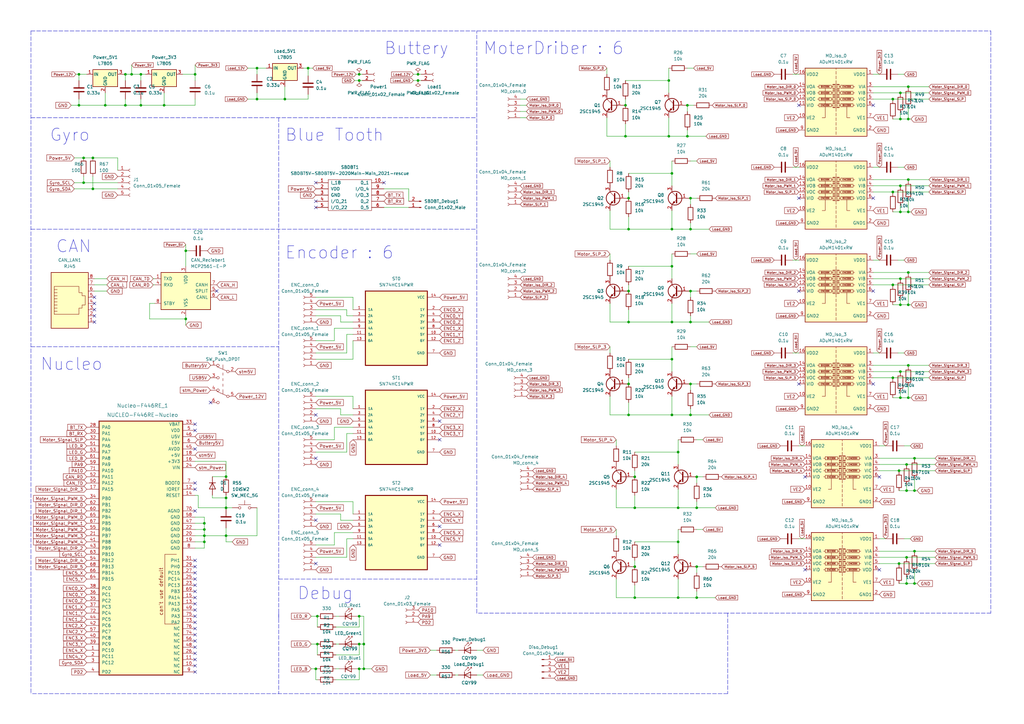
<source format=kicad_sch>
(kicad_sch (version 20231120) (generator "eeschema") (generator_version "8.0")
  (paper "A3")
  (junction (at 369.2906 152.4))
  (junction (at 375.0818 226.06))
  (junction (at 260.35 232.41))
  (junction (at 83.82 214.63))
  (junction (at 283.21 132.08))
  (junction (at 32.385 43.18))
  (junction (at 371.8306 190.5))
  (junction (at 372.5418 149.86))
  (junction (at 366.1918 116.84))
  (junction (at 57.785 43.18))
  (junction (at 283.21 170.18))
  (junction (at 278.13 245.11))
  (junction (at 83.82 222.25))
  (junction (at 372.5418 125.0188))
  (junction (at 371.8306 239.3188))
  (junction (at 126.365 27.94))
  (junction (at 257.81 132.08))
  (junction (at 372.5418 35.56))
  (junction (at 275.59 71.12))
  (junction (at 149.225 264.16))
  (junction (at 285.75 245.11))
  (junction (at 256.54 55.88))
  (junction (at 34.29 74.93))
  (junction (at 147.32 274.32))
  (junction (at 369.2906 125.0188))
  (junction (at 372.5418 111.76))
  (junction (at 105.41 27.94))
  (junction (at 368.7318 193.04))
  (junction (at 51.435 43.18))
  (junction (at 257.81 170.18))
  (junction (at 260.35 195.58))
  (junction (at 369.2906 163.1188))
  (junction (at 171.45 30.48))
  (junction (at 278.13 222.25))
  (junction (at 275.59 93.98))
  (junction (at 372.5418 163.1188))
  (junction (at 372.5418 86.9188))
  (junction (at 256.54 43.18))
  (junction (at 130.175 252.73))
  (junction (at 38.1 64.77))
  (junction (at 51.435 30.48))
  (junction (at 369.2906 114.3))
  (junction (at 369.2906 86.9188))
  (junction (at 129.54 274.32))
  (junction (at 366.1918 154.94))
  (junction (at 83.82 219.71))
  (junction (at 80.01 30.48))
  (junction (at 92.71 204.216))
  (junction (at 260.35 245.11))
  (junction (at 275.59 132.08))
  (junction (at 76.2 130.81))
  (junction (at 283.21 93.98))
  (junction (at 375.0818 201.2188))
  (junction (at 147.32 252.73))
  (junction (at 53.975 30.48))
  (junction (at 147.32 30.48))
  (junction (at 83.82 217.17))
  (junction (at 281.94 43.18))
  (junction (at 32.385 30.48))
  (junction (at 285.75 232.41))
  (junction (at 278.13 185.42))
  (junction (at 278.13 208.28))
  (junction (at 275.59 147.32))
  (junction (at 257.81 119.38))
  (junction (at 274.32 55.88))
  (junction (at 76.2 102.87))
  (junction (at 67.31 43.18))
  (junction (at 366.1918 40.64))
  (junction (at 34.29 64.77))
  (junction (at 375.0818 239.3188))
  (junction (at 171.45 33.02))
  (junction (at 116.84 40.64))
  (junction (at 372.5418 73.66))
  (junction (at 369.2906 76.2))
  (junction (at 275.59 170.18))
  (junction (at 372.5418 48.8188))
  (junction (at 371.8306 201.2188))
  (junction (at 149.225 274.32))
  (junction (at 285.75 195.58))
  (junction (at 283.21 81.28))
  (junction (at 274.32 33.02))
  (junction (at 92.71 195.4784))
  (junction (at 92.71 208.28))
  (junction (at 375.0818 187.96))
  (junction (at 366.1918 78.74))
  (junction (at 105.41 40.64))
  (junction (at 38.1 77.47))
  (junction (at 275.59 109.22))
  (junction (at 283.21 157.48))
  (junction (at 92.71 219.71))
  (junction (at 257.81 157.48))
  (junction (at 260.35 208.28))
  (junction (at 368.7318 231.14))
  (junction (at 371.8306 228.6))
  (junction (at 281.94 55.88))
  (junction (at 257.81 93.98))
  (junction (at 147.32 33.02))
  (junction (at 283.21 119.38))
  (junction (at 147.32 264.16))
  (junction (at 369.2906 48.8188))
  (junction (at 257.81 81.28))
  (junction (at 57.785 30.48))
  (junction (at 130.175 264.16))
  (junction (at 43.18 43.18))
  (junction (at 285.75 208.28))
  (junction (at 369.2906 38.1))
  (no_connect (at 180.34 223.52))
  (no_connect (at 180.34 180.34))
  (no_connect (at 80.01 240.03))
  (no_connect (at 180.34 172.72))
  (no_connect (at 80.01 250.19))
  (no_connect (at 129.54 231.14))
  (no_connect (at 88.9 119.38))
  (no_connect (at 327.66 81.28))
  (no_connect (at 38.735 124.46))
  (no_connect (at 80.01 184.15))
  (no_connect (at 330.2 233.68))
  (no_connect (at 360.68 195.58))
  (no_connect (at 80.01 247.65))
  (no_connect (at 86.36 165.1))
  (no_connect (at 80.01 270.51))
  (no_connect (at 129.54 213.36))
  (no_connect (at 358.14 81.28))
  (no_connect (at 80.01 260.35))
  (no_connect (at 80.01 232.41))
  (no_connect (at 129.54 82.55))
  (no_connect (at 80.01 265.43))
  (no_connect (at 358.14 119.38))
  (no_connect (at 80.01 275.59))
  (no_connect (at 330.2 195.58))
  (no_connect (at 129.54 74.93))
  (no_connect (at 80.01 209.55))
  (no_connect (at 80.01 237.49))
  (no_connect (at 80.01 252.73))
  (no_connect (at 80.01 242.57))
  (no_connect (at 358.14 43.18))
  (no_connect (at 129.54 187.96))
  (no_connect (at 327.66 157.48))
  (no_connect (at 80.01 245.11))
  (no_connect (at 80.01 200.66))
  (no_connect (at 129.54 85.09))
  (no_connect (at 358.14 157.48))
  (no_connect (at 38.735 127))
  (no_connect (at 38.735 121.92))
  (no_connect (at 80.01 262.89))
  (no_connect (at 80.01 176.53))
  (no_connect (at 80.01 234.95))
  (no_connect (at 360.68 233.68))
  (no_connect (at 80.01 267.97))
  (no_connect (at 80.01 198.12))
  (no_connect (at 180.34 215.9))
  (no_connect (at 38.735 132.08))
  (no_connect (at 38.735 129.54))
  (no_connect (at 157.48 74.93))
  (no_connect (at 80.01 273.05))
  (no_connect (at 80.01 255.27))
  (no_connect (at 80.01 257.81))
  (no_connect (at 327.66 43.18))
  (no_connect (at 327.66 119.38))
  (no_connect (at 129.54 170.18))
  (no_connect (at 80.01 173.99))
  (no_connect (at 80.01 229.87))
  (wire (pts (xy 96.52 152.4) (xy 96.4692 152.4)))
  (wire (pts (xy 157.48 77.47) (xy 167.64 77.47)))
  (wire (pts (xy 275.59 147.32) (xy 275.59 152.4)))
  (wire (pts (xy 285.75 232.41) (xy 285.75 234.95)))
  (wire (pts (xy 363.22 182.88) (xy 360.68 182.88)))
  (wire (pts (xy 127.635 274.32) (xy 129.54 274.32)))
  (wire (pts (xy 30.48 77.47) (xy 38.1 77.47)))
  (wire (pts (xy 80.01 224.79) (xy 83.82 224.79)))
  (wire (pts (xy 369.2906 160.5788) (xy 369.2906 163.1188)))
  (wire (pts (xy 369.2906 163.1188) (xy 372.5418 163.1188)))
  (wire (pts (xy 369.2906 86.9188) (xy 372.5418 86.9188)))
  (wire (pts (xy 368.7318 231.14) (xy 368.7318 231.6988)))
  (wire (pts (xy 92.71 204.216) (xy 92.71 208.28)))
  (wire (pts (xy 250.19 170.18) (xy 257.81 170.18)))
  (wire (pts (xy 145.415 33.02) (xy 147.32 33.02)))
  (wire (pts (xy 372.5418 43.8404) (xy 372.5418 48.8188)))
  (wire (pts (xy 252.73 180.34) (xy 252.73 182.88)))
  (wire (pts (xy 372.5418 35.56) (xy 372.5418 36.2204)))
  (wire (pts (xy 325.12 106.68) (xy 327.66 106.68)))
  (wire (pts (xy 92.71 208.28) (xy 95.25 208.28)))
  (wire (pts (xy 92.71 222.25) (xy 92.71 219.71)))
  (wire (pts (xy 372.5418 149.86) (xy 381 149.86)))
  (wire (pts (xy 252.73 208.28) (xy 260.35 208.28)))
  (wire (pts (xy 360.68 30.48) (xy 358.14 30.48)))
  (wire (pts (xy 146.685 274.32) (xy 147.32 274.32)))
  (wire (pts (xy 213.36 45.72) (xy 215.9 45.72)))
  (wire (pts (xy 43.18 38.1) (xy 43.18 43.18)))
  (wire (pts (xy 31.115 30.48) (xy 32.385 30.48)))
  (wire (pts (xy 149.225 264.16) (xy 149.225 274.32)))
  (wire (pts (xy 80.01 191.77) (xy 80.01 191.7446)))
  (wire (pts (xy 283.21 167.64) (xy 283.21 170.18)))
  (wire (pts (xy 57.785 30.48) (xy 57.785 33.02)))
  (wire (pts (xy 283.21 157.48) (xy 285.75 157.48)))
  (polyline (pts (xy 298.45 251.46) (xy 195.58 251.46)) (stroke (width 0) (type dash)))
  (wire (pts (xy 274.32 48.26) (xy 274.32 55.88)))
  (wire (pts (xy 275.59 109.22) (xy 275.59 114.3)))
  (wire (pts (xy 32.385 30.48) (xy 32.385 33.02)))
  (wire (pts (xy 358.14 35.56) (xy 372.5418 35.56)))
  (polyline (pts (xy 12.7 12.7) (xy 12.7 284.48)) (stroke (width 0) (type dash)))
  (wire (pts (xy 213.36 48.26) (xy 215.9 48.26)))
  (wire (pts (xy 375.0818 201.2188) (xy 376.1486 201.2188)))
  (wire (pts (xy 372.5418 48.8188) (xy 373.6086 48.8188)))
  (wire (pts (xy 61.341 130.81) (xy 76.2 130.81)))
  (wire (pts (xy 368.7318 231.14) (xy 383.54 231.14)))
  (wire (pts (xy 92.71 208.28) (xy 81.28 208.28)))
  (wire (pts (xy 38.1 77.47) (xy 48.26 77.47)))
  (wire (pts (xy 358.14 149.86) (xy 372.5418 149.86)))
  (wire (pts (xy 35.56 30.48) (xy 32.385 30.48)))
  (wire (pts (xy 285.75 208.28) (xy 293.37 208.28)))
  (polyline (pts (xy 406.4 251.46) (xy 298.45 251.46)) (stroke (width 0) (type dash)))
  (wire (pts (xy 285.75 245.11) (xy 293.37 245.11)))
  (wire (pts (xy 87.122 203.0984) (xy 87.122 204.216)))
  (wire (pts (xy 80.01 214.63) (xy 83.82 214.63)))
  (wire (pts (xy 87.122 204.216) (xy 92.71 204.216)))
  (wire (pts (xy 260.35 203.2) (xy 260.35 208.28)))
  (wire (pts (xy 176.53 266.7) (xy 179.07 266.7)))
  (wire (pts (xy 83.82 222.25) (xy 83.82 224.79)))
  (wire (pts (xy 275.59 93.98) (xy 283.21 93.98)))
  (wire (pts (xy 105.41 219.71) (xy 92.71 219.71)))
  (wire (pts (xy 144.78 218.44) (xy 137.16 218.44)))
  (wire (pts (xy 366.1918 86.9188) (xy 369.2906 86.9188)))
  (wire (pts (xy 92.71 208.28) (xy 92.71 208.9404)))
  (wire (pts (xy 256.54 40.64) (xy 256.54 43.18)))
  (wire (pts (xy 327.66 220.98) (xy 330.2 220.98)))
  (wire (pts (xy 256.54 33.02) (xy 274.32 33.02)))
  (wire (pts (xy 325.12 68.58) (xy 327.66 68.58)))
  (wire (pts (xy 369.2906 38.1) (xy 381 38.1)))
  (wire (pts (xy 67.31 38.1) (xy 67.31 43.18)))
  (wire (pts (xy 142.24 177.8) (xy 142.24 185.42)))
  (wire (pts (xy 283.21 91.44) (xy 283.21 93.98)))
  (wire (pts (xy 61.341 124.46) (xy 63.5 124.46)))
  (wire (pts (xy 87.122 195.4784) (xy 92.71 195.4784)))
  (wire (pts (xy 375.0818 226.06) (xy 375.0818 226.7204)))
  (wire (pts (xy 250.19 86.36) (xy 250.19 93.98)))
  (wire (pts (xy 372.5418 73.66) (xy 372.5418 74.3204)))
  (polyline (pts (xy 12.7 142.24) (xy 114.3 142.24)) (stroke (width 0) (type dash)))
  (wire (pts (xy 105.41 38.1) (xy 105.41 40.64)))
  (wire (pts (xy 260.35 229.87) (xy 260.35 232.41)))
  (wire (pts (xy 51.435 30.48) (xy 51.435 33.02)))
  (wire (pts (xy 129.54 167.64) (xy 139.7 167.64)))
  (wire (pts (xy 257.81 154.94) (xy 257.81 157.48)))
  (wire (pts (xy 116.84 35.56) (xy 116.84 40.64)))
  (wire (pts (xy 86.4108 154.8892) (xy 86.36 154.94)))
  (wire (pts (xy 252.73 245.11) (xy 260.35 245.11)))
  (wire (pts (xy 92.71 189.23) (xy 92.71 195.4784)))
  (wire (pts (xy 176.53 276.86) (xy 179.07 276.86)))
  (wire (pts (xy 285.75 205.74) (xy 285.75 208.28)))
  (wire (pts (xy 250.19 66.04) (xy 250.19 68.58)))
  (wire (pts (xy 256.54 50.8) (xy 256.54 55.88)))
  (wire (pts (xy 260.35 208.28) (xy 278.13 208.28)))
  (wire (pts (xy 92.71 216.5604) (xy 92.71 219.71)))
  (wire (pts (xy 372.5418 81.9404) (xy 372.5418 86.9188)))
  (wire (pts (xy 144.78 210.82) (xy 144.78 205.74)))
  (wire (pts (xy 369.2906 152.4) (xy 369.2906 152.9588)))
  (wire (pts (xy 369.2906 122.4788) (xy 369.2906 125.0188)))
  (wire (pts (xy 144.78 175.26) (xy 137.16 175.26)))
  (wire (pts (xy 144.78 167.64) (xy 144.78 162.56)))
  (wire (pts (xy 373.38 182.88) (xy 370.84 182.88)))
  (wire (pts (xy 360.68 231.14) (xy 368.7318 231.14)))
  (wire (pts (xy 147.32 274.32) (xy 149.225 274.32)))
  (wire (pts (xy 283.21 132.08) (xy 290.83 132.08)))
  (wire (pts (xy 375.0818 187.96) (xy 383.54 187.96)))
  (wire (pts (xy 81.28 208.28) (xy 81.28 203.2)))
  (wire (pts (xy 369.2906 76.2) (xy 381 76.2)))
  (wire (pts (xy 139.7 129.54) (xy 139.7 132.08)))
  (wire (pts (xy 275.59 132.08) (xy 283.21 132.08)))
  (wire (pts (xy 327.66 182.88) (xy 330.2 182.88)))
  (wire (pts (xy 32.385 43.18) (xy 32.385 40.64)))
  (wire (pts (xy 257.81 170.18) (xy 275.59 170.18)))
  (wire (pts (xy 278.13 185.42) (xy 278.13 190.5)))
  (wire (pts (xy 129.54 129.54) (xy 139.7 129.54)))
  (wire (pts (xy 248.92 48.26) (xy 248.92 55.88)))
  (wire (pts (xy 257.81 93.98) (xy 275.59 93.98)))
  (wire (pts (xy 80.01 40.64) (xy 80.01 43.18)))
  (wire (pts (xy 283.21 170.18) (xy 290.83 170.18)))
  (wire (pts (xy 129.54 205.74) (xy 144.78 205.74)))
  (wire (pts (xy 127.635 264.16) (xy 130.175 264.16)))
  (wire (pts (xy 147.32 30.48) (xy 148.59 30.48)))
  (wire (pts (xy 80.01 212.09) (xy 83.82 212.09)))
  (wire (pts (xy 372.5418 158.1404) (xy 372.5418 163.1188)))
  (wire (pts (xy 34.29 72.39) (xy 34.29 74.93)))
  (wire (pts (xy 275.59 170.18) (xy 283.21 170.18)))
  (wire (pts (xy 83.82 219.71) (xy 92.71 219.71)))
  (wire (pts (xy 126.365 40.64) (xy 126.365 38.735)))
  (wire (pts (xy 252.73 237.49) (xy 252.73 245.11)))
  (wire (pts (xy 142.24 127) (xy 142.24 129.54)))
  (wire (pts (xy 51.435 43.18) (xy 57.785 43.18)))
  (wire (pts (xy 105.41 40.64) (xy 116.84 40.64)))
  (wire (pts (xy 57.785 43.18) (xy 67.31 43.18)))
  (wire (pts (xy 29.21 43.18) (xy 32.385 43.18)))
  (wire (pts (xy 105.41 208.28) (xy 105.41 219.71)))
  (wire (pts (xy 358.14 76.2) (xy 369.2906 76.2)))
  (polyline (pts (xy 114.3 251.46) (xy 114.3 284.48)) (stroke (width 0) (type dash)))
  (wire (pts (xy 129.54 278.765) (xy 129.54 274.32)))
  (wire (pts (xy 360.68 187.96) (xy 375.0818 187.96)))
  (wire (pts (xy 139.7 170.18) (xy 139.7 167.64)))
  (polyline (pts (xy 298.45 251.46) (xy 298.45 284.48)) (stroke (width 0) (type dash)))
  (wire (pts (xy 360.68 144.78) (xy 358.14 144.78)))
  (wire (pts (xy 360.68 190.5) (xy 371.8306 190.5)))
  (wire (pts (xy 275.59 86.36) (xy 275.59 93.98)))
  (polyline (pts (xy 298.45 284.48) (xy 12.7 284.48)) (stroke (width 0) (type dash)))
  (wire (pts (xy 375.0818 196.2404) (xy 375.0818 201.2188)))
  (wire (pts (xy 360.68 226.06) (xy 375.0818 226.06)))
  (wire (pts (xy 366.1918 78.74) (xy 366.1918 79.2988)))
  (wire (pts (xy 139.7 132.08) (xy 144.78 132.08)))
  (wire (pts (xy 281.94 53.34) (xy 281.94 55.88)))
  (wire (pts (xy 137.16 223.52) (xy 129.54 223.52)))
  (wire (pts (xy 53.975 30.48) (xy 57.785 30.48)))
  (wire (pts (xy 80.01 222.25) (xy 83.82 222.25)))
  (wire (pts (xy 375.0818 234.3404) (xy 375.0818 239.3188)))
  (wire (pts (xy 80.01 186.69) (xy 80.01 186.6646)))
  (wire (pts (xy 137.16 134.62) (xy 137.16 139.7)))
  (wire (pts (xy 126.365 27.94) (xy 128.27 27.94)))
  (wire (pts (xy 358.14 116.84) (xy 366.1918 116.84)))
  (wire (pts (xy 370.84 30.48) (xy 368.3 30.48)))
  (wire (pts (xy 256.54 55.88) (xy 274.32 55.88)))
  (wire (pts (xy 366.1918 154.94) (xy 366.1918 155.4988)))
  (wire (pts (xy 285.75 242.57) (xy 285.75 245.11)))
  (wire (pts (xy 248.92 27.94) (xy 248.92 30.48)))
  (wire (pts (xy 372.5418 35.56) (xy 381 35.56)))
  (wire (pts (xy 48.26 64.77) (xy 48.26 69.85)))
  (wire (pts (xy 83.82 214.63) (xy 83.82 217.17)))
  (wire (pts (xy 283.21 93.98) (xy 290.83 93.98)))
  (polyline (pts (xy 406.4 12.7) (xy 406.4 251.46)) (stroke (width 0) (type dash)))
  (wire (pts (xy 358.14 38.1) (xy 369.2906 38.1)))
  (polyline (pts (xy 114.3 142.24) (xy 114.3 254)) (stroke (width 0) (type dash)))
  (wire (pts (xy 363.22 220.98) (xy 360.68 220.98)))
  (wire (pts (xy 30.48 74.93) (xy 34.29 74.93)))
  (wire (pts (xy 105.41 27.94) (xy 105.41 30.48)))
  (wire (pts (xy 38.1 72.39) (xy 38.1 77.47)))
  (wire (pts (xy 281.94 43.18) (xy 281.94 45.72)))
  (wire (pts (xy 360.68 68.58) (xy 358.14 68.58)))
  (wire (pts (xy 375.0818 239.3188) (xy 376.1486 239.3188)))
  (wire (pts (xy 260.35 222.25) (xy 278.13 222.25)))
  (wire (pts (xy 144.78 121.92) (xy 129.54 121.92)))
  (wire (pts (xy 366.1918 48.8188) (xy 369.2906 48.8188)))
  (wire (pts (xy 283.21 142.24) (xy 285.75 142.24)))
  (wire (pts (xy 372.5418 73.66) (xy 381 73.66)))
  (wire (pts (xy 369.2906 38.1) (xy 369.2906 38.6588)))
  (wire (pts (xy 147.32 252.73) (xy 149.225 252.73)))
  (wire (pts (xy 274.32 27.94) (xy 274.32 33.02)))
  (wire (pts (xy 129.54 127) (xy 142.24 127)))
  (wire (pts (xy 213.36 40.64) (xy 215.9 40.64)))
  (wire (pts (xy 369.2906 114.3) (xy 369.2906 114.8588)))
  (wire (pts (xy 369.2906 152.4) (xy 381 152.4)))
  (wire (pts (xy 366.1918 40.64) (xy 366.1918 41.1988)))
  (wire (pts (xy 34.29 64.77) (xy 38.1 64.77)))
  (wire (pts (xy 137.795 268.605) (xy 147.32 268.605)))
  (wire (pts (xy 278.13 180.34) (xy 278.13 185.42)))
  (wire (pts (xy 372.5418 120.0404) (xy 372.5418 125.0188)))
  (wire (pts (xy 86.4108 149.86) (xy 86.36 149.86)))
  (wire (pts (xy 283.21 119.38) (xy 285.75 119.38)))
  (wire (pts (xy 274.32 33.02) (xy 274.32 38.1)))
  (wire (pts (xy 358.14 152.4) (xy 369.2906 152.4)))
  (wire (pts (xy 257.81 71.12) (xy 275.59 71.12)))
  (wire (pts (xy 366.1918 116.84) (xy 381 116.84)))
  (wire (pts (xy 144.78 147.32) (xy 129.54 147.32)))
  (polyline (pts (xy 195.58 251.46) (xy 195.58 12.7)) (stroke (width 0) (type dash)))
  (wire (pts (xy 285.75 195.58) (xy 288.29 195.58)))
  (wire (pts (xy 129.54 139.7) (xy 137.16 139.7)))
  (wire (pts (xy 137.795 252.73) (xy 139.065 252.73)))
  (wire (pts (xy 275.59 162.56) (xy 275.59 170.18)))
  (wire (pts (xy 260.35 245.11) (xy 278.13 245.11)))
  (wire (pts (xy 370.84 68.58) (xy 368.3 68.58)))
  (polyline (pts (xy 114.3 48.26) (xy 114.3 93.98)) (stroke (width 0) (type dash)))
  (wire (pts (xy 369.2906 76.2) (xy 369.2906 76.7588)))
  (wire (pts (xy 260.35 185.42) (xy 278.13 185.42)))
  (polyline (pts (xy 12.7 12.7) (xy 406.4 12.7)) (stroke (width 0) (type dash)))
  (wire (pts (xy 137.16 180.34) (xy 129.54 180.34)))
  (wire (pts (xy 213.36 43.18) (xy 215.9 43.18)))
  (wire (pts (xy 146.685 252.73) (xy 147.32 252.73)))
  (wire (pts (xy 257.81 127) (xy 257.81 132.08)))
  (wire (pts (xy 124.46 27.94) (xy 126.365 27.94)))
  (wire (pts (xy 186.69 266.7) (xy 187.96 266.7)))
  (wire (pts (xy 257.81 165.1) (xy 257.81 170.18)))
  (wire (pts (xy 80.01 219.71) (xy 83.82 219.71)))
  (wire (pts (xy 76.2 102.87) (xy 76.2 109.22)))
  (wire (pts (xy 260.35 193.04) (xy 260.35 195.58)))
  (wire (pts (xy 281.94 55.88) (xy 289.56 55.88)))
  (wire (pts (xy 358.14 111.76) (xy 372.5418 111.76)))
  (wire (pts (xy 186.69 276.86) (xy 187.96 276.86)))
  (wire (pts (xy 250.19 93.98) (xy 257.81 93.98)))
  (wire (pts (xy 76.2 102.87) (xy 77.47 102.87)))
  (wire (pts (xy 283.21 129.54) (xy 283.21 132.08)))
  (wire (pts (xy 80.01 217.17) (xy 83.82 217.17)))
  (wire (pts (xy 283.21 66.04) (xy 285.75 66.04)))
  (wire (pts (xy 275.59 104.14) (xy 275.59 109.22)))
  (wire (pts (xy 142.24 129.54) (xy 144.78 129.54)))
  (wire (pts (xy 257.81 109.22) (xy 275.59 109.22)))
  (wire (pts (xy 144.78 134.62) (xy 137.16 134.62)))
  (wire (pts (xy 51.435 30.48) (xy 53.975 30.48)))
  (wire (pts (xy 144.78 127) (xy 144.78 121.92)))
  (wire (pts (xy 51.435 40.64) (xy 51.435 43.18)))
  (wire (pts (xy 171.45 30.48) (xy 172.72 30.48)))
  (wire (pts (xy 167.64 77.47) (xy 167.64 82.55)))
  (wire (pts (xy 360.68 193.04) (xy 368.7318 193.04)))
  (wire (pts (xy 129.54 162.56) (xy 144.78 162.56)))
  (wire (pts (xy 274.32 55.88) (xy 281.94 55.88)))
  (wire (pts (xy 248.92 55.88) (xy 256.54 55.88)))
  (polyline (pts (xy 114.3 237.49) (xy 195.58 237.49)) (stroke (width 0) (type dash)))
  (wire (pts (xy 372.5418 111.76) (xy 372.5418 112.4204)))
  (wire (pts (xy 371.8306 228.6) (xy 383.54 228.6)))
  (wire (pts (xy 137.795 264.16) (xy 139.065 264.16)))
  (wire (pts (xy 250.19 132.08) (xy 257.81 132.08)))
  (wire (pts (xy 171.45 33.02) (xy 172.72 33.02)))
  (wire (pts (xy 285.75 195.58) (xy 285.75 198.12)))
  (wire (pts (xy 257.81 116.84) (xy 257.81 119.38)))
  (wire (pts (xy 61.341 124.46) (xy 61.341 130.81)))
  (wire (pts (xy 278.13 237.49) (xy 278.13 245.11)))
  (wire (pts (xy 358.14 73.66) (xy 372.5418 73.66)))
  (wire (pts (xy 147.32 257.175) (xy 147.32 252.73)))
  (polyline (pts (xy 12.7 48.26) (xy 195.58 48.26)) (stroke (width 0) (type dash)))
  (wire (pts (xy 142.24 220.98) (xy 142.24 228.6)))
  (wire (pts (xy 137.795 274.32) (xy 139.065 274.32)))
  (wire (pts (xy 372.5418 163.1188) (xy 373.6086 163.1188)))
  (wire (pts (xy 285.75 232.41) (xy 288.29 232.41)))
  (wire (pts (xy 260.35 240.03) (xy 260.35 245.11)))
  (wire (pts (xy 129.54 210.82) (xy 139.7 210.82)))
  (wire (pts (xy 371.8306 239.3188) (xy 375.0818 239.3188)))
  (wire (pts (xy 283.21 104.14) (xy 285.75 104.14)))
  (wire (pts (xy 81.28 203.2) (xy 80.01 203.2)))
  (wire (pts (xy 80.01 30.48) (xy 80.01 33.02)))
  (wire (pts (xy 250.19 104.14) (xy 250.19 106.68)))
  (wire (pts (xy 371.8306 228.6) (xy 371.8306 229.1588)))
  (wire (pts (xy 144.78 137.16) (xy 142.24 137.16)))
  (wire (pts (xy 144.78 220.98) (xy 142.24 220.98)))
  (wire (pts (xy 358.14 78.74) (xy 366.1918 78.74)))
  (wire (pts (xy 366.1918 125.0188) (xy 369.2906 125.0188)))
  (wire (pts (xy 257.81 147.32) (xy 275.59 147.32)))
  (wire (pts (xy 366.1918 40.64) (xy 381 40.64)))
  (wire (pts (xy 83.82 219.71) (xy 83.82 222.25)))
  (wire (pts (xy 167.64 85.09) (xy 157.48 85.09)))
  (wire (pts (xy 281.94 43.18) (xy 284.48 43.18)))
  (wire (pts (xy 368.7318 193.04) (xy 383.54 193.04)))
  (wire (pts (xy 371.8306 236.7788) (xy 371.8306 239.3188)))
  (wire (pts (xy 283.21 81.28) (xy 285.75 81.28)))
  (polyline (pts (xy 114.3 93.98) (xy 114.3 142.24)) (stroke (width 0) (type dash)))
  (wire (pts (xy 129.54 228.6) (xy 142.24 228.6)))
  (wire (pts (xy 76.2 129.54) (xy 76.2 130.81)))
  (wire (pts (xy 144.78 177.8) (xy 142.24 177.8)))
  (wire (pts (xy 278.13 200.66) (xy 278.13 208.28)))
  (wire (pts (xy 275.59 71.12) (xy 275.59 76.2)))
  (wire (pts (xy 369.2906 84.3788) (xy 369.2906 86.9188)))
  (wire (pts (xy 83.82 217.17) (xy 83.82 219.71)))
  (wire (pts (xy 369.2906 114.3) (xy 381 114.3)))
  (wire (pts (xy 137.795 257.175) (xy 147.32 257.175)))
  (wire (pts (xy 257.81 132.08) (xy 275.59 132.08)))
  (wire (pts (xy 129.54 144.78) (xy 142.24 144.78)))
  (wire (pts (xy 250.19 162.56) (xy 250.19 170.18)))
  (wire (pts (xy 101.6 27.94) (xy 105.41 27.94)))
  (wire (pts (xy 126.365 27.94) (xy 126.365 31.115)))
  (wire (pts (xy 283.21 119.38) (xy 283.21 121.92)))
  (wire (pts (xy 147.32 278.765) (xy 147.32 274.32)))
  (wire (pts (xy 358.14 40.64) (xy 366.1918 40.64)))
  (wire (pts (xy 129.54 274.32) (xy 130.175 274.32)))
  (wire (pts (xy 366.1918 163.1188) (xy 369.2906 163.1188)))
  (polyline (pts (xy 12.7 93.98) (xy 195.58 93.98)) (stroke (width 0) (type dash)))
  (wire (pts (xy 130.175 264.16) (xy 130.175 268.605)))
  (wire (pts (xy 371.8306 201.2188) (xy 375.0818 201.2188)))
  (wire (pts (xy 147.32 268.605) (xy 147.32 264.16)))
  (wire (pts (xy 144.78 139.7) (xy 144.78 147.32)))
  (wire (pts (xy 139.7 213.36) (xy 139.7 210.82)))
  (wire (pts (xy 137.16 175.26) (xy 137.16 180.34)))
  (wire (pts (xy 92.71 203.2) (xy 92.71 204.216)))
  (wire (pts (xy 38.1 64.77) (xy 48.26 64.77)))
  (wire (pts (xy 375.0818 226.06) (xy 383.54 226.06)))
  (wire (pts (xy 252.73 200.66) (xy 252.73 208.28)))
  (wire (pts (xy 147.32 264.16) (xy 149.225 264.16)))
  (wire (pts (xy 80.01 43.18) (xy 67.31 43.18)))
  (wire (pts (xy 43.18 43.18) (xy 32.385 43.18)))
  (wire (pts (xy 366.1918 116.84) (xy 366.1918 117.3988)))
  (wire (pts (xy 38.735 114.3) (xy 43.815 114.3)))
  (wire (pts (xy 278.13 245.11) (xy 285.75 245.11)))
  (wire (pts (xy 250.19 142.24) (xy 250.19 144.78)))
  (wire (pts (xy 50.8 30.48) (xy 51.435 30.48)))
  (wire (pts (xy 76.2 130.81) (xy 76.2 133.35)))
  (wire (pts (xy 325.12 30.48) (xy 327.66 30.48)))
  (wire (pts (xy 371.8306 190.5) (xy 383.54 190.5)))
  (wire (pts (xy 371.8306 190.5) (xy 371.8306 191.0588)))
  (wire (pts (xy 370.84 144.78) (xy 368.3 144.78)))
  (wire (pts (xy 34.29 74.93) (xy 48.26 74.93)))
  (wire (pts (xy 129.54 185.42) (xy 142.24 185.42)))
  (wire (pts (xy 371.8306 198.6788) (xy 371.8306 201.2188)))
  (wire (pts (xy 372.5418 86.9188) (xy 373.6086 86.9188)))
  (wire (pts (xy 358.14 114.3) (xy 369.2906 114.3)))
  (wire (pts (xy 147.32 33.02) (xy 148.59 33.02)))
  (wire (pts (xy 368.7318 201.2188) (xy 371.8306 201.2188)))
  (wire (pts (xy 370.84 106.68) (xy 368.3 106.68)))
  (wire (pts (xy 130.175 278.765) (xy 129.54 278.765)))
  (wire (pts (xy 83.82 212.09) (xy 83.82 214.63)))
  (wire (pts (xy 57.785 30.48) (xy 59.69 30.48)))
  (wire (pts (xy 257.81 78.74) (xy 257.81 81.28)))
  (wire (pts (xy 149.225 274.32) (xy 152.4 274.32)))
  (wire (pts (xy 358.14 154.94) (xy 366.1918 154.94)))
  (wire (pts (xy 281.94 27.94) (xy 284.48 27.94)))
  (wire (pts (xy 169.545 33.02) (xy 171.45 33.02)))
  (wire (pts (xy 375.0818 187.96) (xy 375.0818 188.6204)))
  (wire (pts (xy 368.7318 193.04) (xy 368.7318 193.5988)))
  (wire (pts (xy 146.05 30.48) (xy 147.32 30.48)))
  (wire (pts (xy 275.59 66.04) (xy 275.59 71.12)))
  (wire (pts (xy 169.545 30.48) (xy 171.45 30.48)))
  (wire (pts (xy 142.24 137.16) (xy 142.24 144.78)))
  (wire (pts (xy 325.12 144.78) (xy 327.66 144.78)))
  (wire (pts (xy 144.78 170.18) (xy 139.7 170.18)))
  (wire (pts (xy 275.59 124.46) (xy 275.59 132.08)))
  (wire (pts (xy 30.48 64.77) (xy 34.29 64.77)))
  (wire (pts (xy 252.73 217.17) (xy 252.73 219.71)))
  (wire (pts (xy 43.18 43.18) (xy 51.435 43.18)))
  (wire (pts (xy 372.5418 111.76) (xy 381 111.76)))
  (wire (pts (xy 137.795 278.765) (xy 147.32 278.765)))
  (wire (pts (xy 144.78 213.36) (xy 139.7 213.36)))
  (wire (pts (xy 360.68 228.6) (xy 371.8306 228.6)))
  (wire (pts (xy 373.38 220.98) (xy 370.84 220.98)))
  (wire (pts (xy 366.1918 154.94) (xy 381 154.94)))
  (wire (pts (xy 130.175 252.73) (xy 130.175 257.175)))
  (wire (pts (xy 38.735 116.84) (xy 43.815 116.84)))
  (wire (pts (xy 369.2906 46.2788) (xy 369.2906 48.8188)))
  (wire (pts (xy 149.225 252.73) (xy 149.225 264.16)))
  (wire (pts (xy 74.93 30.48) (xy 80.01 30.48)))
  (wire (pts (xy 101.6 40.64) (xy 105.41 40.64)))
  (wire (pts (xy 250.19 124.46) (xy 250.19 132.08)))
  (wire (pts (xy 278.13 222.25) (xy 278.13 227.33)))
  (wire (pts (xy 275.59 142.24) (xy 275.59 147.32)))
  (wire (pts (xy 369.2906 125.0188) (xy 372.5418 125.0188)))
  (wire (pts (xy 372.5418 125.0188) (xy 373.6086 125.0188)))
  (wire (pts (xy 95.25 222.25) (xy 92.71 222.25)))
  (wire (pts (xy 285.75 180.34) (xy 288.29 180.34)))
  (wire (pts (xy 92.71 195.4784) (xy 92.71 195.58)))
  (wire (pts (xy 195.58 266.7) (xy 198.12 266.7)))
  (wire (pts (xy 366.1918 78.74) (xy 381 78.74)))
  (wire (pts (xy 283.21 157.48) (xy 283.21 160.02)))
  (wire (pts (xy 38.735 119.38) (xy 43.815 119.38)))
  (wire (pts (xy 80.01 189.23) (xy 92.71 189.23)))
  (wire (pts (xy 360.68 106.68) (xy 358.14 106.68)))
  (wire (pts (xy 257.81 88.9) (xy 257.81 93.98)))
  (wire (pts (xy 369.2906 48.8188) (xy 372.5418 48.8188)))
  (wire (pts (xy 146.685 264.16) (xy 147.32 264.16)))
  (wire (pts (xy 53.975 26.67) (xy 53.975 30.48)))
  (wire (pts (xy 278.13 217.17) (xy 278.13 222.25)))
  (wire (pts (xy 372.5418 149.86) (xy 372.5418 150.5204)))
  (wire (pts (xy 278.13 208.28) (xy 285.75 208.28)))
  (wire (pts (xy 285.75 217.17) (xy 288.29 217.17)))
  (wire (pts (xy 109.22 27.94) (xy 105.41 27.94)))
  (wire (pts (xy 368.7318 239.3188) (xy 371.8306 239.3188)))
  (wire (pts (xy 283.21 81.28) (xy 283.21 83.82)))
  (wire (pts (xy 195.58 276.86) (xy 198.12 276.86)))
  (wire (pts (xy 80.01 30.48) (xy 80.01 26.67)))
  (wire (pts (xy 57.785 40.64) (xy 57.785 43.18)))
  (wire (pts (xy 76.2 100.33) (xy 76.2 102.87)))
  (wire (pts (xy 127.635 252.73) (xy 130.175 252.73)))
  (wire (pts (xy 116.84 40.64) (xy 126.365 40.64)))
  (wire (pts (xy 62.865 114.3) (xy 63.5 114.3)))
  (wire (pts (xy 62.865 116.84) (xy 63.5 116.84)))
  (wire (pts (xy 137.16 218.44) (xy 137.16 223.52)))
  (text "CAN" (at 22.86 104.14 0) (effects (font (size 5 5)) (justify left bottom)))
  (text "Nucleo" (at 16.51 152.4 0) (effects (font (size 5 5)) (justify left bottom)))
  (text "Blue Tooth" (at 116.84 58.42 0) (effects (font (size 5 5)) (justify left bottom)))
  (text "Buttery" (at 157.48 22.86 0) (effects (font (size 5 5)) (justify left bottom)))
  (text "Gyro" (at 20.32 58.42 0) (effects (font (size 5 5)) (justify left bottom)))
  (text "Encoder : 6" (at 116.84 106.68 0) (effects (font (size 5 5)) (justify left bottom)))
  (text "Debug" (at 121.92 246.38 0) (effects (font (size 5 5)) (justify left bottom)))
  (text "MoterDriber : 6" (at 198.12 22.86 0) (effects (font (size 5 5)) (justify left bottom)))
  (global_label "Moter_Iso_DIR_2" (shape input) (at 327.66 111.76 180) (effects (font (size 1 1))) (property "Intersheetrefs" "${INTERSHEET_REFS}" (effects (hide yes))) (property "シート間のリファレンス" "${INTERSHEET_REFS}" (effects (hide yes))))
  (global_label "GND" (shape input) (at 129.54 190.5 0) (property "Intersheetrefs" "${INTERSHEET_REFS}" (effects (hide yes))) (property "シート間のリファレンス" "${INTERSHEET_REFS}" (effects (hide yes))))
  (global_label "Load_GND" (shape input) (at 101.6 40.64 180) (effects (font (size 1 1))) (property "Intersheetrefs" "${INTERSHEET_REFS}" (effects (hide yes))) (property "シート間のリファレンス" "${INTERSHEET_REFS}" (effects (hide yes))))
  (global_label "GND" (shape input) (at 95.25 222.25 0) (property "Intersheetrefs" "${INTERSHEET_REFS}" (effects (hide yes))) (property "シート間のリファレンス" "${INTERSHEET_REFS}" (effects (hide yes))))
  (global_label "Moter_Signal_PWM_5" (shape input) (at 383.54 228.6 0) (effects (font (size 1 1))) (property "Intersheetrefs" "${INTERSHEET_REFS}" (effects (hide yes))) (property "シート間のリファレンス" "${INTERSHEET_REFS}" (effects (hide yes))))
  (global_label "Power_5V" (shape input) (at 180.34 162.56 0) (property "Intersheetrefs" "${INTERSHEET_REFS}" (effects (hide yes))) (property "シート間のリファレンス" "${INTERSHEET_REFS}" (effects (hide yes))))
  (global_label "Motor_SLP_5" (shape input) (at 252.73 217.17 180) (property "Intersheetrefs" "${INTERSHEET_REFS}" (effects (hide yes))) (property "シート間のリファレンス" "${INTERSHEET_REFS}" (effects (hide yes))))
  (global_label "Motor_SLP_3" (shape input) (at 215.9 162.56 0) (effects (font (size 1 1))) (property "Intersheetrefs" "${INTERSHEET_REFS}" (effects (hide yes))) (property "シート間のリファレンス" "${INTERSHEET_REFS}" (effects (hide yes))))
  (global_label "Load_5V" (shape input) (at 285.75 66.04 0) (effects (font (size 1 1))) (property "Intersheetrefs" "${INTERSHEET_REFS}" (effects (hide yes))) (property "シート間のリファレンス" "${INTERSHEET_REFS}" (effects (hide yes))))
  (global_label "Moter_Iso_DIR_1" (shape input) (at 327.66 73.66 180) (effects (font (size 1 1))) (property "Intersheetrefs" "${INTERSHEET_REFS}" (effects (hide yes))) (property "シート間のリファレンス" "${INTERSHEET_REFS}" (effects (hide yes))))
  (global_label "CAN_TD" (shape input) (at 35.56 198.12 180) (property "Intersheetrefs" "${INTERSHEET_REFS}" (effects (hide yes))) (property "シート間のリファレンス" "${INTERSHEET_REFS}" (effects (hide yes))))
  (global_label "Moter_Iso_DIR_5" (shape input) (at 330.2 226.06 180) (effects (font (size 1 1))) (property "Intersheetrefs" "${INTERSHEET_REFS}" (effects (hide yes))) (property "シート間のリファレンス" "${INTERSHEET_REFS}" (effects (hide yes))))
  (global_label "VE1" (shape input) (at 358.14 86.36 0) (property "Intersheetrefs" "${INTERSHEET_REFS}" (effects (hide yes))) (property "シート間のリファレンス" "${INTERSHEET_REFS}" (effects (hide yes))))
  (global_label "Load_GND" (shape input) (at 317.5 30.48 180) (effects (font (size 1 1))) (property "Intersheetrefs" "${INTERSHEET_REFS}" (effects (hide yes))) (property "シート間のリファレンス" "${INTERSHEET_REFS}" (effects (hide yes))))
  (global_label "ENC3_X" (shape input) (at 35.56 261.62 180) (property "Intersheetrefs" "${INTERSHEET_REFS}" (effects (hide yes))) (property "シート間のリファレンス" "${INTERSHEET_REFS}" (effects (hide yes))))
  (global_label "Moter_Signal_PWM_3" (shape input) (at 35.56 219.71 180) (property "Intersheetrefs" "${INTERSHEET_REFS}" (effects (hide yes))) (property "シート間のリファレンス" "${INTERSHEET_REFS}" (effects (hide yes))))
  (global_label "ENC4_X" (shape input) (at 35.56 266.7 180) (property "Intersheetrefs" "${INTERSHEET_REFS}" (effects (hide yes))) (property "シート間のリファレンス" "${INTERSHEET_REFS}" (effects (hide yes))))
  (global_label "Moter_Iso_DIR_0" (shape input) (at 327.66 35.56 180) (effects (font (size 1 1))) (property "Intersheetrefs" "${INTERSHEET_REFS}" (effects (hide yes))) (property "シート間のリファレンス" "${INTERSHEET_REFS}" (effects (hide yes))))
  (global_label "GND" (shape input) (at 129.54 80.01 180) (property "Intersheetrefs" "${INTERSHEET_REFS}" (effects (hide yes))) (property "シート間のリファレンス" "${INTERSHEET_REFS}" (effects (hide yes))))
  (global_label "Motor_Iso_SLP_1" (shape input) (at 327.66 78.74 180) (effects (font (size 1 1))) (property "Intersheetrefs" "${INTERSHEET_REFS}" (effects (hide yes))) (property "シート間のリファレンス" "${INTERSHEET_REFS}" (effects (hide yes))))
  (global_label "ENC2_X" (shape input) (at 180.34 167.64 0) (property "Intersheetrefs" "${INTERSHEET_REFS}" (effects (hide yes))) (property "シート間のリファレンス" "${INTERSHEET_REFS}" (effects (hide yes))))
  (global_label "CAN_H" (shape input) (at 88.9 116.84 0) (property "Intersheetrefs" "${INTERSHEET_REFS}" (effects (hide yes))) (property "シート間のリファレンス" "${INTERSHEET_REFS}" (effects (hide yes))))
  (global_label "Motor_Iso_SLP_4" (shape input) (at 330.2 193.04 180) (effects (font (size 1 1))) (property "Intersheetrefs" "${INTERSHEET_REFS}" (effects (hide yes))) (property "シート間のリファレンス" "${INTERSHEET_REFS}" (effects (hide yes))))
  (global_label "Moter_Signal_DIR_1" (shape input) (at 35.56 209.55 180) (property "Intersheetrefs" "${INTERSHEET_REFS}" (effects (hide yes))) (property "シート間のリファレンス" "${INTERSHEET_REFS}" (effects (hide yes))))
  (global_label "Load_GND" (shape input) (at 198.12 276.86 0) (property "Intersheetrefs" "${INTERSHEET_REFS}" (effects (hide yes))) (property "シート間のリファレンス" "${INTERSHEET_REFS}" (effects (hide yes))))
  (global_label "Power_3V3" (shape input) (at 360.68 106.68 90) (effects (font (size 1 1))) (property "Intersheetrefs" "${INTERSHEET_REFS}" (effects (hide yes))) (property "シート間のリファレンス" "${INTERSHEET_REFS}" (effects (hide yes))))
  (global_label "Motor_Iso_SLP_1" (shape input) (at 293.37 81.28 0) (effects (font (size 1 1))) (property "Intersheetrefs" "${INTERSHEET_REFS}" (effects (hide yes))) (property "シート間のリファレンス" "${INTERSHEET_REFS}" (effects (hide yes))))
  (global_label "ENC3_Y" (shape input) (at 35.56 264.16 180) (property "Intersheetrefs" "${INTERSHEET_REFS}" (effects (hide yes))) (property "シート間のリファレンス" "${INTERSHEET_REFS}" (effects (hide yes))))
  (global_label "LED_R" (shape input) (at 35.56 182.88 180) (property "Intersheetrefs" "${INTERSHEET_REFS}" (effects (hide yes))) (property "シート間のリファレンス" "${INTERSHEET_REFS}" (effects (hide yes))))
  (global_label "Load_5V" (shape input) (at 128.27 27.94 0) (effects (font (size 1 1))) (property "Intersheetrefs" "${INTERSHEET_REFS}" (effects (hide yes))) (property "シート間のリファレンス" "${INTERSHEET_REFS}" (effects (hide yes))))
  (global_label "Power_3V3" (shape input) (at 80.01 26.67 0) (effects (font (size 1 1))) (property "Intersheetrefs" "${INTERSHEET_REFS}" (effects (hide yes))) (property "シート間のリファレンス" "${INTERSHEET_REFS}" (effects (hide yes))))
  (global_label "Moter_Iso_DIR_4" (shape input) (at 330.2 187.96 180) (effects (font (size 1 1))) (property "Intersheetrefs" "${INTERSHEET_REFS}" (effects (hide yes))) (property "シート間のリファレンス" "${INTERSHEET_REFS}" (effects (hide yes))))
  (global_label "GND" (shape input) (at 129.54 233.68 0) (property "Intersheetrefs" "${INTERSHEET_REFS}" (effects (hide yes))) (property "シート間のリファレンス" "${INTERSHEET_REFS}" (effects (hide yes))))
  (global_label "Moter_Signal_DIR_5" (shape input) (at 35.56 232.41 180) (property "Intersheetrefs" "${INTERSHEET_REFS}" (effects (hide yes))) (property "シート間のリファレンス" "${INTERSHEET_REFS}" (effects (hide yes))))
  (global_label "VE2" (shape input) (at 227.33 275.59 0) (property "Intersheetrefs" "${INTERSHEET_REFS}" (effects (hide yes))) (property "シート間のリファレンス" "${INTERSHEET_REFS}" (effects (hide yes))))
  (global_label "ENC4_X" (shape input) (at 180.34 210.82 0) (property "Intersheetrefs" "${INTERSHEET_REFS}" (effects (hide yes))) (property "シート間のリファレンス" "${INTERSHEET_REFS}" (effects (hide yes))))
  (global_label "GND" (shape input) (at 370.84 30.48 0) (effects (font (size 1 1))) (property "Intersheetrefs" "${INTERSHEET_REFS}" (effects (hide yes))) (property "シート間のリファレンス" "${INTERSHEET_REFS}" (effects (hide yes))))
  (global_label "Moter_Signal_DIR_2" (shape input) (at 381 111.76 0) (effects (font (size 1 1))) (property "Intersheetrefs" "${INTERSHEET_REFS}" (effects (hide yes))) (property "シート間のリファレンス" "${INTERSHEET_REFS}" (effects (hide yes))))
  (global_label "Power_3V3" (shape input) (at 360.68 30.48 90) (effects (font (size 1 1))) (property "Intersheetrefs" "${INTERSHEET_REFS}" (effects (hide yes))) (property "シート間のリファレンス" "${INTERSHEET_REFS}" (effects (hide yes))))
  (global_label "Load_5V" (shape input) (at 227.33 270.51 0) (effects (font (size 1 1))) (property "Intersheetrefs" "${INTERSHEET_REFS}" (effects (hide yes))) (property "シート間のリファレンス" "${INTERSHEET_REFS}" (effects (hide yes))))
  (global_label "Load_GND" (shape input) (at 290.83 132.08 0) (effects (font (size 1 1))) (property "Intersheetrefs" "${INTERSHEET_REFS}" (effects (hide yes))) (property "シート間のリファレンス" "${INTERSHEET_REFS}" (effects (hide yes))))
  (global_label "Power_12V" (shape input) (at 146.05 30.48 180) (effects (font (size 1 1))) (property "Intersheetrefs" "${INTERSHEET_REFS}" (effects (hide yes))) (property "シート間のリファレンス" "${INTERSHEET_REFS}" (effects (hide yes))))
  (global_label "ENC0_X" (shape input) (at 35.56 241.3 180) (property "Intersheetrefs" "${INTERSHEET_REFS}" (effects (hide yes))) (property "シート間のリファレンス" "${INTERSHEET_REFS}" (effects (hide yes))))
  (global_label "Power_5V" (shape input) (at 76.2 100.33 180) (effects (font (size 1 1))) (property "Intersheetrefs" "${INTERSHEET_REFS}" (effects (hide yes))) (property "シート間のリファレンス" "${INTERSHEET_REFS}" (effects (hide yes))))
  (global_label "Load_5V" (shape input) (at 326.39 106.68 90) (effects (font (size 1 1))) (property "Intersheetrefs" "${INTERSHEET_REFS}" (effects (hide yes))) (property "シート間のリファレンス" "${INTERSHEET_REFS}" (effects (hide yes))))
  (global_label "GND" (shape input) (at 376.1486 201.2188 0) (property "Intersheetrefs" "${INTERSHEET_REFS}" (effects (hide yes))) (property "シート間のリファレンス" "${INTERSHEET_REFS}" (effects (hide yes))))
  (global_label "BT_TX" (shape input) (at 35.56 175.26 180) (property "Intersheetrefs" "${INTERSHEET_REFS}" (effects (hide yes))) (property "シート間のリファレンス" "${INTERSHEET_REFS}" (effects (hide yes))))
  (global_label "VE2" (shape input) (at 330.2 238.76 180) (property "Intersheetrefs" "${INTERSHEET_REFS}" (effects (hide yes))) (property "シート間のリファレンス" "${INTERSHEET_REFS}" (effects (hide yes))))
  (global_label "stm_Power" (shape input) (at 86.36 160.02 180) (property "Intersheetrefs" "${INTERSHEET_REFS}" (effects (hide yes))) (property "シート間のリファレンス" "${INTERSHEET_REFS}" (effects (hide yes))))
  (global_label "Moter_Signal_DIR_0" (shape input) (at 381 35.56 0) (effects (font (size 1 1))) (property "Intersheetrefs" "${INTERSHEET_REFS}" (effects (hide yes))) (property "シート間のリファレンス" "${INTERSHEET_REFS}" (effects (hide yes))))
  (global_label "GND" (shape input) (at 144.78 223.52 270) (property "Intersheetrefs" "${INTERSHEET_REFS}" (effects (hide yes))) (property "シート間のリファレンス" "${INTERSHEET_REFS}" (effects (hide yes))))
  (global_label "Motor_SLP_1" (shape input) (at 213.36 83.82 0) (effects (font (size 1 1))) (property "Intersheetrefs" "${INTERSHEET_REFS}" (effects (hide yes))) (property "シート間のリファレンス" "${INTERSHEET_REFS}" (effects (hide yes))))
  (global_label "Motor_Iso_SLP_5" (shape input) (at 330.2 231.14 180) (effects (font (size 1 1))) (property "Intersheetrefs" "${INTERSHEET_REFS}" (effects (hide yes))) (property "シート間のリファレンス" "${INTERSHEET_REFS}" (effects (hide yes))))
  (global_label "Moter_Signal_PWM_0" (shape input) (at 35.56 212.09 180) (property "Intersheetrefs" "${INTERSHEET_REFS}" (effects (hide yes))) (property "シート間のリファレンス" "${INTERSHEET_REFS}" (effects (hide yes))))
  (global_label "Moter_Signal_SLP" (shape input) (at 381 154.94 0) (effects (font (size 1 1))) (property "Intersheetrefs" "${INTERSHEET_REFS}" (effects (hide yes))) (property "シート間のリファレンス" "${INTERSHEET_REFS}" (effects (hide yes))))
  (global_label "VE1" (shape input) (at 360.68 238.76 0) (property "Intersheetrefs" "${INTERSHEET_REFS}" (effects (hide yes))) (property "シート間のリファレンス" "${INTERSHEET_REFS}" (effects (hide yes))))
  (global_label "Load_GND" (shape input) (at 213.36 76.2 0) (effects (font (size 1 1))) (property "Intersheetrefs" "${INTERSHEET_REFS}" (effects (hide yes))) (property "シート間のリファレンス" "${INTERSHEET_REFS}" (effects (hide yes))))
  (global_label "ENC1_Y" (shape input) (at 180.34 137.16 0) (property "Intersheetrefs" "${INTERSHEET_REFS}" (effects (hide yes))) (property "シート間のリファレンス" "${INTERSHEET_REFS}" (effects (hide yes))))
  (global_label "Motor_SLP_3" (shape input) (at 250.19 142.24 180) (property "Intersheetrefs" "${INTERSHEET_REFS}" (effects (hide yes))) (property "シート間のリファレンス" "${INTERSHEET_REFS}" (effects (hide yes))))
  (global_label "ENC0_X" (shape input) (at 180.34 127 0) (property "Intersheetrefs" "${INTERSHEET_REFS}" (effects (hide yes))) (property "シート間のリファレンス" "${INTERSHEET_REFS}" (effects (hide yes))))
  (global_label "Load_5V" (shape input) (at 284.48 27.94 0) (effects (font (size 1 1))) (property "Intersheetrefs" "${INTERSHEET_REFS}" (effects (hide yes))) (property "シート間のリファレンス" "${INTERSHEET_REFS}" (effects (hide yes))))
  (global_label "GND" (shape input) (at 373.6086 163.1188 0) (property "Intersheetrefs" "${INTERSHEET_REFS}" (effects (hide yes))) (property "シート間のリファレンス" "${INTERSHEET_REFS}" (effects (hide yes))))
  (global_label "VE1" (shape input) (at 358.14 48.26 0) (property "Intersheetrefs" "${INTERSHEET_REFS}" (effects (hide yes))) (property "シート間のリファレンス" "${INTERSHEET_REFS}" (effects (hide yes))))
  (global_label "GND" (shape input) (at 43.815 119.38 0) (property "Intersheetrefs" "${INTERSHEET_REFS}" (effects (hide yes))) (property "シート間のリファレンス" "${INTERSHEET_REFS}" (effects (hide yes))))
  (global_label "Load_GND" (shape input) (at 327.66 129.54 180) (effects (font (size 1 1))) (property "Intersheetrefs" "${INTERSHEET_REFS}" (effects (hide yes))) (property "シート間のリファレンス" "${INTERSHEET_REFS}" (effects (hide yes))))
  (global_label "Load_GND" (shape input) (at 293.37 245.11 0) (effects (font (size 1 1))) (property "Intersheetrefs" "${INTERSHEET_REFS}" (effects (hide yes))) (property "シート間のリファレンス" "${INTERSHEET_REFS}" (effects (hide yes))))
  (global_label "Moter_Signal_DIR_3" (shape input) (at 35.56 200.66 180) (property "Intersheetrefs" "${INTERSHEET_REFS}" (effects (hide yes))) (property "シート間のリファレンス" "${INTERSHEET_REFS}" (effects (hide yes))))
  (global_label "ENC0_Z" (shape input) (at 180.34 132.08 0) (property "Intersheetrefs" "${INTERSHEET_REFS}" (effects (hide yes))) (property "シート間のリファレンス" "${INTERSHEET_REFS}" (effects (hide yes))))
  (global_label "ENC2_Y" (shape input) (at 180.34 170.18 0) (property "Intersheetrefs" "${INTERSHEET_REFS}" (effects (hide yes))) (property "シート間のリファレンス" "${INTERSHEET_REFS}" (effects (hide yes))))
  (global_label "GND" (shape input) (at 373.38 220.98 0) (effects (font (size 1 1))) (property "Intersheetrefs" "${INTERSHEET_REFS}" (effects (hide yes))) (property "シート間のリファレンス" "${INTERSHEET_REFS}" (effects (hide yes))))
  (global_label "ENC0_Y" (shape input) (at 180.34 129.54 0) (property "Intersheetrefs" "${INTERSHEET_REFS}" (effects (hide yes))) (property "シート間のリファレンス" "${INTERSHEET_REFS}" (effects (hide yes))))
  (global_label "Moter_Signal_PWM_4" (shape input) (at 35.56 222.25 180) (property "Intersheetrefs" "${INTERSHEET_REFS}" (effects (hide yes))) (property "シート間のリファレンス" "${INTERSHEET_REFS}" (effects (hide yes))))
  (global_label "Gyro_SDA" (shape input) (at 30.48 77.47 180) (property "Intersheetrefs" "${INTERSHEET_REFS}" (effects (hide yes))) (property "シート間のリファレンス" "${INTERSHEET_REFS}" (effects (hide yes))))
  (global_label "Power_3V3" (shape input) (at 363.22 220.98 90) (effects (font (size 1 1))) (property "Intersheetrefs" "${INTERSHEET_REFS}" (effects (hide yes))) (property "シート間のリファレンス" "${INTERSHEET_REFS}" (effects (hide yes))))
  (global_label "Moter_Signal_PWM_2" (shape input) (at 35.56 217.17 180) (property "Intersheetrefs" "${INTERSHEET_REFS}" (effects (hide yes))) (property "シート間のリファレンス" "${INTERSHEET_REFS}" (effects (hide yes))))
  (global_label "Power_5V" (shape input) (at 180.34 121.92 0) (property "Intersheetrefs" "${INTERSHEET_REFS}" (effects (hide yes))) (property "シート間のリファレンス" "${INTERSHEET_REFS}" (effects (hide yes))))
  (global_label "ENC1_X" (shape input) (at 35.56 248.92 180) (property "Intersheetrefs" "${INTERSHEET_REFS}" (effects (hide yes))) (property "シート間のリファレンス" "${INTERSHEET_REFS}" (effects (hide yes))))
  (global_label "ENC5_X" (shape input) (at 180.34 218.44 0) (property "Intersheetrefs" "${INTERSHEET_REFS}" (effects (hide yes))) (property "シート間のリファレンス" "${INTERSHEET_REFS}" (effects (hide yes))))
  (global_label "Moter_Iso_PWM_3" (shape input) (at 215.9 160.02 0) (effects (font (size 1 1))) (property "Intersheetrefs" "${INTERSHEET_REFS}" (effects (hide yes))) (property "シート間のリファレンス" "${INTERSHEET_REFS}" (effects (hide yes))))
  (global_label "GND" (shape input) (at 360.68 243.84 0) (property "Intersheetrefs" "${INTERSHEET_REFS}" (effects (hide yes))) (property "シート間のリファレンス" "${INTERSHEET_REFS}" (effects (hide yes))))
  (global_label "Moter_Signal_DIR_5" (shape input) (at 383.54 226.06 0) (effects (font (size 1 1))) (property "Intersheetrefs" "${INTERSHEET_REFS}" (effects (hide yes))) (property "シート間のリファレンス" "${INTERSHEET_REFS}" (effects (hide yes))))
  (global_label "Moter_Iso_PWM_2" (shape input) (at 213.36 119.38 0) (effects (font (size 1 1))) (property "Intersheetrefs" "${INTERSHEET_REFS}" (effects (hide yes))) (property "シート間のリファレンス" "${INTERSHEET_REFS}" (effects (hide yes))))
  (global_label "GND" (shape input) (at 370.84 106.68 0) (effects (font (size 1 1))) (property "Intersheetrefs" "${INTERSHEET_REFS}" (effects (hide yes))) (property "シート間のリファレンス" "${INTERSHEET_REFS}" (effects (hide yes))))
  (global_label "Load_GND" (shape input) (at 290.83 93.98 0) (effects (font (size 1 1))) (property "Intersheetrefs" "${INTERSHEET_REFS}" (effects (hide yes))) (property "シート間のリファレンス" "${INTERSHEET_REFS}" (effects (hide yes))))
  (global_label "CAN_L" (shape input) (at 43.815 116.84 0) (property "Intersheetrefs" "${INTERSHEET_REFS}" (effects (hide yes))) (property "シート間のリファレンス" "${INTERSHEET_REFS}" (effects (hide yes))))
  (global_label "Moter_Iso_DIR_1" (shape input) (at 213.36 78.74 0) (effects (font (size 1 1))) (property "Intersheetrefs" "${INTERSHEET_REFS}" (effects (hide yes))) (property "シート間のリファレンス" "${INTERSHEET_REFS}" (effects (hide yes))))
  (global_label "Motor_Iso_SLP_2" (shape input) (at 327.66 116.84 180) (effects (font (size 1 1))) (property "Intersheetrefs" "${INTERSHEET_REFS}" (effects (hide yes))) (property "シート間のリファレンス" "${INTERSHEET_REFS}" (effects (hide yes))))
  (global_label "Load_GND" (shape input) (at 317.5 106.68 180) (effects (font (size 1 1))) (property "Intersheetrefs" "${INTERSHEET_REFS}" (effects (hide yes))) (property "シート間のリファレンス" "${INTERSHEET_REFS}" (effects (hide yes))))
  (global_label "BT_RX" (shape input) (at 35.56 177.8 180) (property "Intersheetrefs" "${INTERSHEET_REFS}" (effects (hide yes))) (property "シート間のリファレンス" "${INTERSHEET_REFS}" (effects (hide yes))))
  (global_label "Moter_Signal_PWM_1" (shape input) (at 35.56 214.63 180) (property "Intersheetrefs" "${INTERSHEET_REFS}" (effects (hide yes))) (property "シート間のリファレンス" "${INTERSHEET_REFS}" (effects (hide yes))))
  (global_label "CAN_TD" (shape input) (at 62.865 114.3 180) (property "Intersheetrefs" "${INTERSHEET_REFS}" (effects (hide yes))) (property "シート間のリファレンス" "${INTERSHEET_REFS}" (effects (hide yes))))
  (global_label "PD2" (shape input) (at 171.45 255.27 0) (property "Intersheetrefs" "${INTERSHEET_REFS}" (effects (hide yes))) (property "シート間のリファレンス" "${INTERSHEET_REFS}" (effects (hide yes))))
  (global_label "GND" (shape input) (at 373.38 182.88 0) (effects (font (size 1 1))) (property "Intersheetrefs" "${INTERSHEET_REFS}" (effects (hide yes))) (property "シート間のリファレンス" "${INTERSHEET_REFS}" (effects (hide yes))))
  (global_label "GND" (shape input) (at 180.34 144.78 0) (property "Intersheetrefs" "${INTERSHEET_REFS}" (effects (hide yes))) (property "シート間のリファレンス" "${INTERSHEET_REFS}" (effects (hide yes))))
  (global_label "GND" (shape input) (at 85.09 102.87 0) (property "Intersheetrefs" "${INTERSHEET_REFS}" (effects (hide yes))) (property "シート間のリファレンス" "${INTERSHEET_REFS}" (effects (hide yes))))
  (global_label "LED_B" (shape input) (at 127.635 274.32 180) (property "Intersheetrefs" "${INTERSHEET_REFS}" (effects (hide yes))) (property "シート間のリファレンス" "${INTERSHEET_REFS}" (effects (hide yes))))
  (global_label "Power_3V3" (shape input) (at 360.68 68.58 90) (effects (font (size 1 1))) (property "Intersheetrefs" "${INTERSHEET_REFS}" (effects (hide yes))) (property "シート間のリファレンス" "${INTERSHEET_REFS}" (effects (hide yes))))
  (global_label "Motor_Iso_SLP_2" (shape input) (at 293.37 119.38 0) (effects (font (size 1 1))) (property "Intersheetrefs" "${INTERSHEET_REFS}" (effects (hide yes))) (property "シート間のリファレンス" "${INTERSHEET_REFS}" (effects (hide yes))))
  (global_label "GND" (shape input) (at 29.21 43.18 180) (property "Intersheetrefs" "${INTERSHEET_REFS}" (effects (hide yes))) (property "シート間のリファレンス" "${INTERSHEET_REFS}" (effects (hide yes))))
  (global_label "Moter_Signal_PWM_1" (shape input) (at 381 76.2 0) (effects (font (size 1 1))) (property "Intersheetrefs" "${INTERSHEET_REFS}" (effects (hide yes))) (property "シート間のリファレンス" "${INTERSHEET_REFS}" (effects (hide yes))))
  (global_label "Moter_Signal_PWM_5" (shape input) (at 35.56 204.47 180) (property "Intersheetrefs" "${INTERSHEET_REFS}" (effects (hide yes))) (property "シート間のリファレンス" "${INTERSHEET_REFS}" (effects (hide yes))))
  (global_label "Moter_Iso_DIR_3" (shape input) (at 215.9 157.48 0) (effects (font (size 1 1))) (property "Intersheetrefs" "${INTERSHEET_REFS}" (effects (hide yes))) (property "シート間のリファレンス" "${INTERSHEET_REFS}" (effects (hide yes))))
  (global_label "Moter_Iso_PWM_1" (shape input) (at 327.66 76.2 180) (effects (font (size 1 1))) (property "Intersheetrefs" "${INTERSHEET_REFS}" (effects (hide yes))) (property "シート間のリファレンス" "${INTERSHEET_REFS}" (effects (hide yes))))
  (global_label "Power_3V3" (shape input) (at 176.53 266.7 180) (property "Intersheetrefs" "${INTERSHEET_REFS}" (effects (hide yes))) (property "シート間のリファレンス" "${INTERSHEET_REFS}" (effects (hide yes))))
  (global_label "GND" (shape input) (at 358.14 53.34 0) (property "Intersheetrefs" "${INTERSHEET_REFS}" (effects (hide yes))) (property "シート間のリファレンス" "${INTERSHEET_REFS}" (effects (hide yes))))
  (global_label "Moter_Iso_PWM_5" (shape input) (at 330.2 228.6 180) (effects (font (size 1 1))) (property "Intersheetrefs" "${INTERSHEET_REFS}" (effects (hide yes))) (property "シート間のリファレンス" "${INTERSHEET_REFS}" (effects (hide yes))))
  (global_label "Moter_Signal_SLP" (shape input) (at 383.54 193.04 0) (effects (font (size 1 1))) (property "Intersheetrefs" "${INTERSHEET_REFS}" (effects (hide yes))) (property "シート間のリファレンス" "${INTERSHEET_REFS}" (effects (hide yes))))
  (global_label "Moter_Iso_PWM_4" (shape input) (at 330.2 190.5 180) (effects (font (size 1 1))) (property "Intersheetrefs" "${INTERSHEET_REFS}" (effects (hide yes))) (property "シート間のリファレンス" "${INTERSHEET_REFS}" (effects (hide yes))))
  (global_label "Power_5V" (shape input) (at 53.975 26.67 0) (effects (font (size 1 1))) (property "Intersheetrefs" "${INTERSHEET_REFS}" (effects (hide yes))) (property "シート間のリファレンス" "${INTERSHEET_REFS}" (effects (hide yes))))
  (global_label "Buttery5V" (shape input) (at 86.4108 149.86 180) (property "Intersheetrefs" "${INTERSHEET_REFS}" (effects (hide yes))) (property "シート間のリファレンス" "${INTERSHEET_REFS}" (effects (hide yes))))
  (global_label "Motor_SLP_0" (shape input) (at 248.92 27.94 180) (effects (font (size 1 1))) (property "Intersheetrefs" "${INTERSHEET_REFS}" (effects (hide yes))) (property "シート間のリファレンス" "${INTERSHEET_REFS}" (effects (hide yes))))
  (global_label "stm5V" (shape input) (at 96.4692 152.4 0) (property "Intersheetrefs" "${INTERSHEET_REFS}" (effects (hide yes))) (property "シート間のリファレンス" "${INTERSHEET_REFS}" (effects (hide yes))))
  (global_label "BT_RX" (shape input) (at 157.48 82.55 0) (property "Intersheetrefs" "${INTERSHEET_REFS}" (effects (hide yes))) (property "シート間のリファレンス" "${INTERSHEET_REFS}" (effects (hide yes))))
  (global_label "Moter_Signal_DIR_0" (shape input) (at 35.56 207.01 180) (property "Intersheetrefs" "${INTERSHEET_REFS}" (effects (hide yes))) (property "シート間のリファレンス" "${INTERSHEET_REFS}" (effects (hide yes))))
  (global_label "ENC0_Y" (shape input) (at 35.56 243.84 180) (property "Intersheetrefs" "${INTERSHEET_REFS}" (effects (hide yes))) (property "シート間のリファレンス" "${INTERSHEET_REFS}" (effects (hide yes))))
  (global_label "PA9" (shape input) (at 35.56 190.5 180) (property "Intersheetrefs" "${INTERSHEET_REFS}" (effects (hide yes))) (property "シート間のリファレンス" "${INTERSHEET_REFS}" (effects (hide yes))))
  (global_label "Motor_SLP_4" (shape input) (at 218.44 200.66 0) (effects (font (size 1 1))) (property "Intersheetrefs" "${INTERSHEET_REFS}" (effects (hide yes))) (property "シート間のリファレンス" "${INTERSHEET_REFS}" (effects (hide yes))))
  (global_label "Load_5V" (shape input) (at 326.39 144.78 90) (effects (font (size 1 1))) (property "Intersheetrefs" "${INTERSHEET_REFS}" (effects (hide yes))) (property "シート間のリファレンス" "${INTERSHEET_REFS}" (effects (hide yes))))
  (global_label "VE1" (shape input) (at 227.33 273.05 0) (property "Intersheetrefs" "${INTERSHEET_REFS}" (effects (hide yes))) (property "シート間のリファレンス" "${INTERSHEET_REFS}" (effects (hide yes))))
  (global_label "USB5V" (shape input) (at 86.4108 154.8892 180) (property "Intersheetrefs" "${INTERSHEET_REFS}" (effects (hide yes))) (property "シート間のリファレンス" "${INTERSHEET_REFS}" (effects (hide yes))))
  (global_label "ENC0_Z" (shape input) (at 35.56 246.38 180) (property "Intersheetrefs" "${INTERSHEET_REFS}" (effects (hide yes))) (property "シート間のリファレンス" "${INTERSHEET_REFS}" (effects (hide yes))))
  (global_label "GND" (shape input) (at 180.34 228.6 0) (property "Intersheetrefs" "${INTERSHEET_REFS}" (effects (hide yes))) (property "シート間のリファレンス" "${INTERSHEET_REFS}" (effects (hide yes))))
  (global_label "Power_5V" (shape input) (at 129.54 77.47 180) (property "Intersheetrefs" "${INTERSHEET_REFS}" (effects (hide yes))) (property "シート間のリファレンス" "${INTERSHEET_REFS}" (effects (hide yes))))
  (global_label "Moter_Signal_DIR_2" (shape input) (at 35.56 224.79 180) (property "Intersheetrefs" "${INTERSHEET_REFS}" (effects (hide yes))) (property "シート間のリファレンス" "${INTERSHEET_REFS}" (effects (hide yes))))
  (global_label "Power_3V3" (shape input) (at 363.22 182.88 90) (effects (font (size 1 1))) (property "Intersheetrefs" "${INTERSHEET_REFS}" (effects (hide yes))) (property "シート間のリファレンス" "${INTERSHEET_REFS}" (effects (hide yes))))
  (global_label "GND" (shape input) (at 129.54 132.08 0) (property "Intersheetrefs" "${INTERSHEET_REFS}" (effects (hide yes))) (property "シート間のリファレンス" "${INTERSHEET_REFS}" (effects (hide yes))))
  (global_label "Load_5V" (shape input) (at 176.53 276.86 180) (property "Intersheetrefs" "${INTERSHEET_REFS}" (effects (hide yes))) (property "シート間のリファレンス" "${INTERSHEET_REFS}" (effects (hide yes))))
  (global_label "Motor_Iso_SLP_0" (shape input) (at 327.66 40.64 180) (effects (font (size 1 1))) (property "Intersheetrefs" "${INTERSHEET_REFS}" (effects (hide yes))) (property "シート間のリファレンス" "${INTERSHEET_REFS}" (effects (hide yes))))
  (global_label "Load_5V" (shape input) (at 328.93 182.88 90) (effects (font (size 1 1))) (property "Intersheetrefs" "${INTERSHEET_REFS}" (effects (hide yes))) (property "シート間のリファレンス" "${INTERSHEET_REFS}" (effects (hide yes))))
  (global_label "Moter_Iso_DIR_0" (shape input) (at 215.9 43.18 0) (effects (font (size 1 1))) (property "Intersheetrefs" "${INTERSHEET_REFS}" (effects (hide yes))) (property "シート間のリファレンス" "${INTERSHEET_REFS}" (effects (hide yes))))
  (global_label "GND" (shape input) (at 145.415 33.02 180) (effects (font (size 1 1))) (property "Intersheetrefs" "${INTERSHEET_REFS}" (effects (hide yes))) (property "シート間のリファレンス" "${INTERSHEET_REFS}" (effects (hide yes))))
  (global_label "GND" (shape input) (at 129.54 149.86 0) (property "Intersheetrefs" "${INTERSHEET_REFS}" (effects (hide yes))) (property "シート間のリファレンス" "${INTERSHEET_REFS}" (effects (hide yes))))
  (global_label "GND" (shape input) (at 358.14 91.44 0) (property "Intersheetrefs" "${INTERSHEET_REFS}" (effects (hide yes))) (property "シート間のリファレンス" "${INTERSHEET_REFS}" (effects (hide yes))))
  (global_label "GND" (shape input) (at 152.4 274.32 0) (property "Intersheetrefs" "${INTERSHEET_REFS}" (effects (hide yes))) (property "シート間のリファレンス" "${INTERSHEET_REFS}" (effects (hide yes))))
  (global_label "Moter_Iso_PWM_3" (shape input) (at 327.66 152.4 180) (effects (font (size 1 1))) (property "Intersheetrefs" "${INTERSHEET_REFS}" (effects (hide yes))) (property "シート間のリファレンス" "${INTERSHEET_REFS}" (effects (hide yes))))
  (global_label "ENC1_Z" (shape input) (at 35.56 254 180) (property "Intersheetrefs" "${INTERSHEET_REFS}" (effects (hide yes))) (property "シート間のリファレンス" "${INTERSHEET_REFS}" (effects (hide yes))))
  (global_label "Load_GND" (shape input) (at 327.66 53.34 180) (effects (font (size 1 1))) (property "Intersheetrefs" "${INTERSHEET_REFS}" (effects (hide yes))) (property "シート間のリファレンス" "${INTERSHEET_REFS}" (effects (hide yes))))
  (global_label "Moter_Iso_DIR_3" (shape input) (at 327.66 149.86 180) (effects (font (size 1 1))) (property "Intersheetrefs" "${INTERSHEET_REFS}" (effects (hide yes))) (property "シート間のリファレンス" "${INTERSHEET_REFS}" (effects (hide yes))))
  (global_label "Moter_Iso_DIR_5" (shape input) (at 218.44 231.14 0) (effects (font (size 1 1))) (property "Intersheetrefs" "${INTERSHEET_REFS}" (effects (hide yes))) (property "シート間のリファレンス" "${INTERSHEET_REFS}" (effects (hide yes))))
  (global_label "LED_G" (shape input) (at 127.635 264.16 180) (property "Intersheetrefs" "${INTERSHEET_REFS}" (effects (hide yes))) (property "シート間のリファレンス" "${INTERSHEET_REFS}" (effects (hide yes))))
  (global_label "GND" (shape input) (at 144.78 215.9 180) (property "Intersheetrefs" "${INTERSHEET_REFS}" (effects (hide yes))) (property "シート間のリファレンス" "${INTERSHEET_REFS}" (effects (hide yes))))
  (global_label "Power_5V" (shape input) (at 180.34 205.74 0) (property "Intersheetrefs" "${INTERSHEET_REFS}" (effects (hide yes))) (property "シート間のリファレンス" "${INTERSHEET_REFS}" (effects (hide yes))))
  (global_label "ENC5_X" (shape input) (at 35.56 234.95 180) (property "Intersheetrefs" "${INTERSHEET_REFS}" (effects (hide yes))) (property "シート間のリファレンス" "${INTERSHEET_REFS}" (effects (hide yes))))
  (global_label "Moter_Signal_SLP" (shape input) (at 383.54 231.14 0) (effects (font (size 1 1))) (property "Intersheetrefs" "${INTERSHEET_REFS}" (effects (hide yes))) (property "シート間のリファレンス" "${INTERSHEET_REFS}" (effects (hide yes))))
  (global_label "Power_5V" (shape input) (at 30.48 64.77 180) (property "Intersheetrefs" "${INTERSHEET_REFS}" (effects (hide yes))) (property "シート間のリファレンス" "${INTERSHEET_REFS}" (effects (hide yes))))
  (global_label "Moter_Iso_PWM_0" (shape input) (at 327.66 38.1 180) (effects (font (size 1 1))) (property "Intersheetrefs" "${INTERSHEET_REFS}" (effects (hide yes))) (property "シート間のリファレンス" "${INTERSHEET_REFS}" (effects (hide yes))))
  (global_label "Motor_Iso_SLP_3" (shape input) (at 327.66 154.94 180) (effects (font (size 1 1))) (property "Intersheetrefs" "${INTERSHEET_REFS}" (effects (hide yes))) (property "シート間のリファレンス" "${INTERSHEET_REFS}" (effects (hide yes))))
  (global_label "Gyro_SDA" (shape input) (at 35.56 271.78 180) (property "Intersheetrefs" "${INTERSHEET_REFS}" (effects (hide yes))) (property "シート間のリファレンス" "${INTERSHEET_REFS}" (effects (hide yes))))
  (global_label "CAN_RD" (shape input) (at 62.865 116.84 180) (property "Intersheetrefs" "${INTERSHEET_REFS}" (effects (hide yes))) (property "シート間のリファレンス" "${INTERSHEET_REFS}" (effects (hide yes))))
  (global_label "GND" (shape input) (at 373.6086 48.8188 0) (property "Intersheetrefs" "${INTERSHEET_REFS}" (effects (hide yes))) (property "シート間のリファレンス" "${INTERSHEET_REFS}" (effects (hide yes))))
  (global_label "BT_TX" (shape input) (at 157.48 80.01 0) (property "Intersheetrefs" "${INTERSHEET_REFS}" (effects (hide yes))) (property "シート間のリファレンス" "${INTERSHEET_REFS}" (effects (hide yes))))
  (global_label "Load_GND" (shape input) (at 320.04 182.88 180) (effects (font (size 1 1))) (property "Intersheetrefs" "${INTERSHEET_REFS}" (effects (hide yes))) (property "シート間のリファレンス" "${INTERSHEET_REFS}" (effects (hide yes))))
  (global_label "CAN_H" (shape input) (at 43.815 114.3 0) (property "Intersheetrefs" "${INTERSHEET_REFS}" (effects (hide yes))) (property "シート間のリファレンス" "${INTERSHEET_REFS}" (effects (hide yes))))
  (global_label "Moter_Signal_SLP" (shape input) (at 381 116.84 0) (effects (font (size 1 1))) (property "Intersheetrefs" "${INTERSHEET_REFS}" (effects (hide yes))) (property "シート間のリファレンス" "${INTERSHEET_REFS}" (effects (hide yes))))
  (global_label "ENC1_X" (shape input) (at 180.34 134.62 0) (property "Intersheetrefs" "${INTERSHEET_REFS}" (effects (hide yes))) (property "シート間のリファレンス" "${INTERSHEET_REFS}" (effects (hide yes))))
  (global_label "VE2" (shape input) (at 327.66 48.26 180) (property "Intersheetrefs" "${INTERSHEET_REFS}" (effects (hide yes))) (property "シート間のリファレンス" "${INTERSHEET_REFS}" (effects (hide yes))))
  (global_label "Load_GND" (shape input) (at 327.66 167.64 180) (effects (font (size 1 1))) (property "Intersheetrefs" "${INTERSHEET_REFS}" (effects (hide yes))) (property "シート間のリファレンス" "${INTERSHEET_REFS}" (effects (hide yes))))
  (global_label "Motor_SLP_2" (shape input) (at 213.36 121.92 0) (effects (font (size 1 1))) (property "Intersheetrefs" "${INTERSHEET_REFS}" (effects (hide yes))) (property "シート間のリファレンス" "${INTERSHEET_REFS}" (effects (hide yes))))
  (global_label "Power_5V" (shape input) (at 129.54 208.28 0) (property "Intersheetrefs" "${INTERSHEET_REFS}" (effects (hide yes))) (property "シート間のリファレンス" "${INTERSHEET_REFS}" (effects (hide yes))))
  (global_label "Moter_Signal_SLP" (shape input) (at 381 78.74 0) (effects (font (size 1 1))) (property "Intersheetrefs" "${INTERSHEET_REFS}" (effects (hide yes))) (property "シート間のリファレンス" "${INTERSHEET_REFS}" (effects (hide yes))))
  (global_label "Motor_SLP_2" (shape input) (at 250.19 104.14 180) (property "Intersheetrefs" "${INTERSHEET_REFS}" (effects (hide yes))) (property "シート間のリファレンス" "${INTERSHEET_REFS}" (effects (hide yes))))
  (global_label "Power_12V" (shape input) (at 31.115 30.48 180) (effects (font (size 1 1))) (property "Intersheetrefs" "${INTERSHEET_REFS}" (effects (hide yes))) (property "シート間のリファレンス" "${INTERSHEET_REFS}" (effects (hide yes))))
  (global_label "ENC4_Y" (shape input) (at 180.34 213.36 0) (property "Intersheetrefs" "${INTERSHEET_REFS}" (effects (hide yes))) (property "シート間のリファレンス" "${INTERSHEET_REFS}" (effects (hide yes))))
  (global_label "Load_GND" (shape input) (at 317.5 68.58 180) (effects (font (size 1 1))) (property "Intersheetrefs" "${INTERSHEET_REFS}" (effects (hide yes))) (property "シート間のリファレンス" "${INTERSHEET_REFS}" (effects (hide yes))))
  (global_label "ENC5_Y" (shape input) (at 35.56 237.49 180) (property "Intersheetrefs" "${INTERSHEET_REFS}" (effects (hide yes))) (property "シート間のリファレンス" "${INTERSHEET_REFS}" (effects (hide yes))))
  (global_label "Load_GND" (shape input) (at 320.04 220.98 180) (effects (font (size 1 1))) (property "Intersheetrefs" "${INTERSHEET_REFS}" (effects (hide yes))) (property "シート間のリファレンス" "${INTERSHEET_REFS}" (effects (hide yes))))
  (global_label "Moter_Iso_DIR_4" (shape input) (at 218.44 195.58 0) (effects (font (size 1 1))) (property "Intersheetrefs" "${INTERSHEET_REFS}" (effects (hide yes))) (property "シート間のリファレンス" "${INTERSHEET_REFS}" (effects (hide yes))))
  (global_label "VE2" (shape input) (at 327.66 162.56 180) (property "Intersheetrefs" "${INTERSHEET_REFS}" (effects (hide yes))) (property "シート間のリファレンス" "${INTERSHEET_REFS}" (effects (hide yes))))
  (global_label "Moter_Signal_SLP" (shape input) (at 381 40.64 0) (effects (font (size 1 1))) (property "Intersheetrefs" "${INTERSHEET_REFS}" (effects (hide yes))) (property "シート間のリファレンス" "${INTERSHEET_REFS}" (effects (hide yes))))
  (global_label "GND" (shape input) (at 198.12 266.7 0) (property "Intersheetrefs" "${INTERSHEET_REFS}" (effects (hide yes))) (property "シート間のリファレンス" "${INTERSHEET_REFS}" (effects (hide yes))))
  (global_label "Load_5V" (shape input) (at 288.29 217.17 0) (effects (font (size 1 1))) (property "Intersheetrefs" "${INTERSHEET_REFS}" (effects (hide yes))) (property "シート間のリファレンス" "${INTERSHEET_REFS}" (effects (hide yes))))
  (global_label "Moter_Signal_PWM_3" (shape input) (at 381 152.4 0) (effects (font (size 1 1))) (property "Intersheetrefs" "${INTERSHEET_REFS}" (effects (hide yes))) (property "シート間のリファレンス" "${INTERSHEET_REFS}" (effects (hide yes))))
  (global_label "ENC3_Y" (shape input) (at 180.34 177.8 0) (property "Intersheetrefs" "${INTERSHEET_REFS}" (effects (hide yes))) (property "シート間のリファレンス" "${INTERSHEET_REFS}" (effects (hide yes))))
  (global_label "Load_5V" (shape input) (at 288.29 180.34 0) (effects (font (size 1 1))) (property "Intersheetrefs" "${INTERSHEET_REFS}" (effects (hide yes))) (property "シート間のリファレンス" "${INTERSHEET_REFS}" (effects (hide yes))))
  (global_label "ENC3_X" (shape input) (at 180.34 175.26 0) (property "Intersheetrefs" "${INTERSHEET_REFS}" (effects (hide yes))) (property "シート間のリファレンス" "${INTERSHEET_REFS}" (effects (hide yes))))
  (global_label "Moter_Iso_DIR_2" (shape input) (at 213.36 116.84 0) (effects (font (size 1 1))) (property "Intersheetrefs" "${INTERSHEET_REFS}" (effects (hide yes))) (property "シート間のリファレンス" "${INTERSHEET_REFS}" (effects (hide yes))))
  (global_label "GND" (shape input) (at 76.2 133.35 0) (property "Intersheetrefs" "${INTERSHEET_REFS}" (effects (hide yes))) (property "シート間のリファレンス" "${INTERSHEET_REFS}" (effects (hide yes))))
  (global_label "Motor_Iso_SLP_3" (shape input) (at 293.37 157.48 0) (effects (font (size 1 1))) (property "Intersheetrefs" "${INTERSHEET_REFS}" (effects (hide yes))) (property "シート間のリファレンス" "${INTERSHEET_REFS}" (effects (hide yes))))
  (global_label "Gyro_SCL" (shape input) (at 35.56 227.33 180) (property "Intersheetrefs" "${INTERSHEET_REFS}" (effects (hide yes))) (property "シート間のリファレンス" "${INTERSHEET_REFS}" (effects (hide yes))))
  (global_label "Load_5V" (shape input) (at 285.75 142.24 0) (effects (font (size 1 1))) (property "Intersheetrefs" "${INTERSHEET_REFS}" (effects (hide yes))) (property "シート間のリファレンス" "${INTERSHEET_REFS}" (effects (hide yes))))
  (global_label "Motor_Iso_SLP_5" (shape input) (at 295.91 232.41 0) (effects (font (size 1 1))) (property "Intersheetrefs" "${INTERSHEET_REFS}" (effects (hide yes))) (property "シート間のリファレンス" "${INTERSHEET_REFS}" (effects (hide yes))))
  (global_label "Power_5V" (shape input) (at 129.54 124.46 0) (property "Intersheetrefs" "${INTERSHEET_REFS}" (effects (hide yes))) (property "シート間のリファレンス" "${INTERSHEET_REFS}" (effects (hide yes))))
  (global_label "GND" (shape input) (at 129.54 172.72 0) (property "Intersheetrefs" "${INTERSHEET_REFS}" (effects (hide yes))) (property "シート間のリファレンス" "${INTERSHEET_REFS}" (effects (hide yes))))
  (global_label "VE2" (shape input) (at 330.2 200.66 180) (property "Intersheetrefs" "${INTERSHEET_REFS}" (effects (hide yes))) (property "シート間のリファレンス" "${INTERSHEET_REFS}" (effects (hide yes))))
  (global_label "GND" (shape input) (at 358.14 129.54 0) (property "Intersheetrefs" "${INTERSHEET_REFS}" (effects (hide yes))) (property "シート間のリファレンス" "${INTERSHEET_REFS}" (effects (hide yes))))
  (global_label "CAN_RD" (shape input) (at 35.56 195.58 180) (property "Intersheetrefs" "${INTERSHEET_REFS}" (effects (hide yes))) (property "シート間のリファレンス" "${INTERSHEET_REFS}" (effects (hide yes))))
  (global_label "VE1" (shape input) (at 358.14 124.46 0) (property "Intersheetrefs" "${INTERSHEET_REFS}" (effects (hide yes))) (property "シート間のリファレンス" "${INTERSHEET_REFS}" (effects (hide yes))))
  (global_label "GND" (shape input) (at 144.78 180.34 270) (property "Intersheetrefs" "${INTERSHEET_REFS}" (effects (hide yes))) (property "シート間のリファレンス" "${INTERSHEET_REFS}" (effects (hide yes))))
  (global_label "Moter_Iso_PWM_5" (shape input) (at 218.44 233.68 0) (effects (font (size 1 1))) (property "Intersheetrefs" "${INTERSHEET_REFS}" (effects (hide yes))) (property "シート間のリファレンス" "${INTERSHEET_REFS}" (effects (hide yes))))
  (global_label "Load_5V" (shape input) (at 328.93 220.98 90) (effects (font (size 1 1))) (property "Intersheetrefs" "${INTERSHEET_REFS}" (effects (hide yes))) (property "シート間のリファレンス" "${INTERSHEET_REFS}" (effects (hide yes))))
  (global_label "Power_5V" (shape input) (at 129.54 142.24 0) (property "Intersheetrefs" "${INTERSHEET_REFS}" (effects (hide yes))) (property "シート間のリファレンス" "${INTERSHEET_REFS}" (effects (hide yes))))
  (global_label "GND" (shape input) (at 376.1486 239.3188 0) (property "Intersheetrefs" "${INTERSHEET_REFS}" (effects (hide yes))) (property "シート間のリファレンス" "${INTERSHEET_REFS}" (effects (hide yes))))
  (global_label "Load_GND" (shape input) (at 215.9 154.94 0) (effects (font (size 1 1))) (property "Intersheetrefs" "${INTERSHEET_REFS}" (effects (hide yes))) (property "シート間のリファレンス" "${INTERSHEET_REFS}" (effects (hide yes))))
  (global_label "Load_GND" (shape input) (at 169.545 33.02 180) (effects (font (size 1 1))) (property "Intersheetrefs" "${INTERSHEET_REFS}" (effects (hide yes))) (property "シート間のリファレンス" "${INTERSHEET_REFS}" (effects (hide yes))))
  (global_label "Motor_SLP_1" (shape input) (at 250.19 66.04 180) (property "Intersheetrefs" "${INTERSHEET_REFS}" (effects (hide yes))) (property "シート間のリファレンス" "${INTERSHEET_REFS}" (effects (hide yes))))
  (global_label "Moter_Signal_PWM_4" (shape input) (at 383.54 190.5 0) (effects (font (size 1 1))) (property "Intersheetrefs" "${INTERSHEET_REFS}" (effects (hide yes))) (property "シート間のリファレンス" "${INTERSHEET_REFS}" (effects (hide yes))))
  (global_label "Load_GND" (shape input) (at 317.5 144.78 180) (effects (font (size 1 1))) (property "Intersheetrefs" "${INTERSHEET_REFS}" (effects (hide yes))) (property "シート間のリファレンス" "${INTERSHEET_REFS}" (effects (hide yes))))
  (global_label "stm5V" (shape input) (at 80.01 186.6646 0) (property "Intersheetrefs" "${INTERSHEET_REFS}" (effects (hide yes))) (property "シート間のリファレンス" "${INTERSHEET_REFS}" (effects (hide yes))))
  (global_label "Load_GND" (shape input) (at 213.36 114.3 0) (effects (font (size 1 1))) (property "Intersheetrefs" "${INTERSHEET_REFS}" (effects (hide yes))) (property "シート間のリファレンス" "${INTERSHEET_REFS}" (effects (hide yes))))
  (global_label "ENC2_Y" (shape input) (at 35.56 259.08 180) (property "Intersheetrefs" "${INTERSHEET_REFS}" (effects (hide yes))) (property "シート間のリファレンス" "${INTERSHEET_REFS}" (effects (hide yes))))
  (global_label "Power_5V" (shape input) (at 129.54 165.1 0) (property "Intersheetrefs" "${INTERSHEET_REFS}" (effects (hide yes))) (property "シート間のリファレンス" "${INTERSHEET_REFS}" (effects (hide yes))))
  (global_label "VE2" (shape input) (at 327.66 86.36 180) (property "Intersheetrefs" "${INTERSHEET_REFS}" (effects (hide yes))) (property "シート間のリファレンス" "${INTERSHEET_REFS}" (effects (hide yes))))
  (global_label "GND" (shape input) (at 373.6086 125.0188 0) (property "Intersheetrefs" "${INTERSHEET_REFS}" (effects (hide yes))) (property "シート間のリファレンス" "${INTERSHEET_REFS}" (effects (hide yes))))
  (global_label "GND" (shape input) (at 180.34 185.42 0) (property "Intersheetrefs" "${INTERSHEET_REFS}" (effects (hide yes))) (property "シート間のリファレンス" "${INTERSHEET_REFS}" (effects (hide yes))))
  (global_label "GND" (shape input) (at 129.54 215.9 0) (property "Intersheetrefs" "${INTERSHEET_REFS}" (effects (hide yes))) (property "シート間のリファレンス" "${INTERSHEET_REFS}" (effects (hide yes))))
  (global_label "GND" (shape input) (at 370.84 144.78 0) (effects (font (size 1 1))) (property "Intersheetrefs" "${INTERSHEET_REFS}" (effects (hide yes))) (property "シート間のリファレンス" "${INTERSHEET_REFS}" (effects (hide yes))))
  (global_label "Moter_Signal_DIR_3" (shape input) (at 381 149.86 0) (effects (font (size 1 1))) (property "Intersheetrefs" "${INTERSHEET_REFS}" (effects (hide yes))) (property "シート間のリファレンス" "${INTERSHEET_REFS}" (effects (hide yes))))
  (global_label "LED_G" (shape input) (at 35.56 185.42 180) (property "Intersheetrefs" "${INTERSHEET_REFS}" (effects (hide yes))) (property "シート間のリファレンス" "${INTERSHEET_REFS}" (effects (hide yes))))
  (global_label "Moter_Signal_SLP" (shape input) (at 35.56 180.34 180) (property "Intersheetrefs" "${INTERSHEET_REFS}" (effects (hide yes))) (property "シート間のリファレンス" "${INTERSHEET_REFS}" (effects (hide yes))))
  (global_label "Motor_SLP_4" (shape input) (at 252.73 180.34 180) (property "Intersheetrefs" "${INTERSHEET_REFS}" (effects (hide yes))) (property "シート間のリファレンス" "${INTERSHEET_REFS}" (effects (hide yes))))
  (global_label "GND" (shape input) (at 358.14 167.64 0) (property "Intersheetrefs" "${INTERSHEET_REFS}" (effects (hide yes))) (property "シート間のリファレンス" "${INTERSHEET_REFS}" (effects (hide yes))))
  (global_label "GND" (shape input) (at 370.84 68.58 0) (effects (font (size 1 1))) (property "Intersheetrefs" "${INTERSHEET_REFS}" (effects (hide yes))) (property "シート間のリファレンス" "${INTERSHEET_REFS}" (effects (hide yes))))
  (global_label "GND" (shape input) (at 48.26 80.01 180) (property "Intersheetrefs" "${INTERSHEET_REFS}" (effects (hide yes))) (property "シート間のリファレンス" "${INTERSHEET_REFS}" (effects (hide yes))))
  (global_label "Moter_Iso_PWM_2" (shape input) (at 327.66 114.3 180) (effects (font (size 1 1))) (property "Intersheetrefs" "${INTERSHEET_REFS}" (effects (hide yes))) (property "シート間のリファレンス" "${INTERSHEET_REFS}" (effects (hide yes))))
  (global_label "LED_B" (shape input) (at 35.56 187.96 180) (property "Intersheetrefs" "${INTERSHEET_REFS}" (effects (hide yes))) (property "シート間のリファレンス" "${INTERSHEET_REFS}" (effects (hide yes))))
  (global_label "CAN_L" (shape input) (at 88.9 121.92 0) (property "Intersheetrefs" "${INTERSHEET_REFS}" (effects (hide yes))) (property "シート間のリファレンス" "${INTERSHEET_REFS}" (effects (hide yes))))
  (global_label "Motor_Iso_SLP_4" (shape input) (at 295.91 195.58 0) (effects (font (size 1 1))) (property "Intersheetrefs" "${INTERSHEET_REFS}" (effects (hide yes))) (property "シート間のリファレンス" "${INTERSHEET_REFS}" (effects (hide yes))))
  (global_label "Load_GND" (shape input) (at 215.9 40.64 0) (effects (font (size 1 1))) (property "Intersheetrefs" "${INTERSHEET_REFS}" (effects (hide yes))) (property "シート間のリファレンス" "${INTERSHEET_REFS}" (effects (hide yes))))
  (global_label "Load_GND" (shape input) (at 218.44 228.6 0) (effects (font (size 1 1))) (property "Intersheetrefs" "${INTERSHEET_REFS}" (effects (hide yes))) (property "シート間のリファレンス" "${INTERSHEET_REFS}" (effects (hide yes))))
  (global_label "Load_GND" (shape input) (at 289.56 55.88 0) (effects (font (size 1 1))) (property "Intersheetrefs" "${INTERSHEET_REFS}" (effects (hide yes))) (property "シート間のリファレンス" "${INTERSHEET_REFS}" (effects (hide yes))))
  (global_label "Load_GND" (shape input) (at 218.44 193.04 0) (effects (font (size 1 1))) (property "Intersheetrefs" "${INTERSHEET_REFS}" (effects (hide yes))) (property "シート間のリファレンス" "${INTERSHEET_REFS}" (effects (hide yes))))
  (global_label "Load_GND" (shape input) (at 327.66 91.44 180) (effects (font (size 1 1))) (property "Intersheetrefs" "${INTERSHEET_REFS}" (effects (hide yes))) (property "シート間のリファレンス" "${INTERSHEET_REFS}" (effects (hide yes))))
  (global_label "USB5V" (shape input) (at 80.01 179.07 0) (property "Intersheetrefs" "${INTERSHEET_REFS}" (effects (hide yes))) (property "シート間のリファレンス" "${INTERSHEET_REFS}" (effects (hide yes))))
  (global_label "Load_5V" (shape input) (at 326.39 68.58 90) (effects (font (size 1 1))) (property "Intersheetrefs" "${INTERSHEET_REFS}" (effects (hide yes))) (property "シート間のリファレンス" "${INTERSHEET_REFS}" (effects (hide yes))))
  (global_label "Moter_Signal_DIR_4" (shape input) (at 35.56 229.87 180) (property "Intersheetrefs" "${INTERSHEET_REFS}" (effects (hide yes))) (property "シート間のリファレンス" "${INTERSHEET_REFS}" (effects (hide yes))))
  (global_label "Load_5V" (shape input) (at 326.39 30.48 90) (effects (font (size 1 1))) (property "Intersheetrefs" "${INTERSHEET_REFS}" (effects (hide yes))) (property "シート間のリファレンス" "${INTERSHEET_REFS}" (effects (hide yes))))
  (global_label "PA10" (shape input) (at 171.45 250.19 0) (property "Intersheetrefs" "${INTERSHEET_REFS}" (effects (hide yes))) (property "シート間のリファレンス" "${INTERSHEET_REFS}" (effects (hide yes))))
  (global_label "Buttery5V" (shape input) (at 80.01 181.61 0) (property "Intersheetrefs" "${INTERSHEET_REFS}" (effects (hide yes))) (property "シート間のリファレンス" "${INTERSHEET_REFS}" (effects (hide yes))))
  (global_label "ENC2_X" (shape input) (at 35.56 256.54 180) (property "Intersheetrefs" "${INTERSHEET_REFS}" (effects (hide yes))) (property "シート間のリファレンス" "${INTERSHEET_REFS}" (effects (hide yes))))
  (global_label "Load_GND" (shape input) (at 227.33 278.13 0) (effects (font (size 1 1))) (property "Intersheetrefs" "${INTERSHEET_REFS}" (effects (hide yes))) (property "シート間のリファレンス" "${INTERSHEET_REFS}" (effects (hide yes))))
  (global_label "Power_5V" (shape input) (at 129.54 182.88 0) (property "Intersheetrefs" "${INTERSHEET_REFS}" (effects (hide yes))) (property "シート間のリファレンス" "${INTERSHEET_REFS}" (effects (hide yes))))
  (global_label "Load_5V" (shape input) (at 285.75 104.14 0) (effects (font (size 1 1))) (property "Intersheetrefs" "${INTERSHEET_REFS}" (effects (hide yes))) (property "シート間のリファレンス" "${INTERSHEET_REFS}" (effects (hide yes))))
  (global_label "ENC5_Y" (shape input) (at 180.34 220.98 0) (property "Intersheetrefs" "${INTERSHEET_REFS}" (effects (hide yes))) (property "シート間のリファレンス" "${INTERSHEET_REFS}" (effects (hide yes))))
  (global_label "GND" (shape input) (at 360.68 205.74 0) (property "Intersheetrefs" "${INTERSHEET_REFS}" (effects (hide yes))) (property "シート間のリファレンス" "${INTERSHEET_REFS}" (effects (hide yes))))
  (global_label "stm_Power" (shape input) (at 80.01 191.7446 0) (property "Intersheetrefs" "${INTERSHEET_REFS}" (effects (hide yes))) (property "シート間のリファレンス" "${INTERSHEET_REFS}" (effects (hide yes))))
  (global_label "Moter_Signal_DIR_1" (shape input) (at 381 73.66 0) (effects (font (size 1 1))) (property "Intersheetrefs" "${INTERSHEET_REFS}" (effects (hide yes))) (property "シート間のリファレンス" "${INTERSHEET_REFS}" (effects (hide yes))))
  (global_label "Load_12V" (shape input) (at 169.545 30.48 180) (effects (font (size 1 1))) (property "Intersheetrefs" "${INTERSHEET_REFS}" (effects (hide yes))) (property "シート間のリファレンス" "${INTERSHEET_REFS}" (effects (hide yes))))
  (global_label "ENC4_Y" (shape input) (at 35.56 269.24 180) (property "Intersheetrefs" "${INTERSHEET_REFS}" (effects (hide yes))) (property "シート間のリファレンス" "${INTERSHEET_REFS}" (effects (hide yes))))
  (global_label "PA10" (shape input) (at 35.56 193.04 180) (property "Intersheetrefs" "${INTERSHEET_REFS}" (effects (hide yes))) (property "シート間のリファレンス" "${INTERSHEET_REFS}" (effects (hide yes))))
  (global_label "VE2" (shape input) (at 327.66 124.46 180) (property "Intersheetrefs" "${INTERSHEET_REFS}" (effects (hide yes))) (property "シート間のリファレンス" "${INTERSHEET_REFS}" (effects (hide yes))))
  (global_label "Power_12V" (shape input) (at 96.52 162.56 0) (property "Intersheetrefs" "${INTERSHEET_REFS}" (effects (hide yes))) (property "シート間のリファレンス" "${INTERSHEET_REFS}" (effects (hide yes))))
  (global_label "Moter_Iso_PWM_0" (shape input) (at 215.9 45.72 0) (effects (font (size 1 1))) (property "Intersheetrefs" "${INTERSHEET_REFS}" (effects (hide yes))) (property "シート間のリファレンス" "${INTERSHEET_REFS}" (effects (hide yes))))
  (global_label "PA9" (shape input) (at 171.45 252.73 0) (property "Intersheetrefs" "${INTERSHEET_REFS}" (effects (hide yes))) (property "シート間のリファレンス" "${INTERSHEET_REFS}" (effects (hide yes))))
  (global_label "GND" (shape input) (at 144.78 172.72 180) (property "Intersheetrefs" "${INTERSHEET_REFS}" (effects (hide yes))) (property "シート間のリファレンス" "${INTERSHEET_REFS}" (effects (hide yes))))
  (global_label "Moter_Iso_PWM_1" (shape input) (at 213.36 81.28 0) (effects (font (size 1 1))) (property "Intersheetrefs" "${INTERSHEET_REFS}" (effects (hide yes))) (property "シート間のリファレンス" "${INTERSHEET_REFS}" (effects (hide yes))))
  (global_label "VE1" (shape input) (at 358.14 162.56 0) (property "Intersheetrefs" "${INTERSHEET_REFS}" (effects (hide yes))) (property "シート間のリファレンス" "${INTERSHEET_REFS}" (effects (hide yes))))
  (global_label "VE1" (shape input) (at 360.68 200.66 0) (property "Intersheetrefs" "${INTERSHEET_REFS}" (effects (hide yes))) (property "シート間のリファレンス" "${INTERSHEET_REFS}" (effects (hide yes))))
  (global_label "Motor_SLP_5" (shape input) (at 218.44 236.22 0) (effects (font (size 1 1))) (property "Intersheetrefs" "${INTERSHEET_REFS}" (effects (hide yes))) (property "シート間のリファレンス" "${INTERSHEET_REFS}" (effects (hide yes))))
  (global_label "Power_3V3" (shape input) (at 360.68 144.78 90) (effects (font (size 1 1))) (property "Intersheetrefs" "${INTERSHEET_REFS}" (effects (hide yes))) (property "シート間のリファレンス" "${INTERSHEET_REFS}" (effects (hide yes))))
  (global_label "ENC1_Y" (shape input) (at 35.56 251.46 180) (property "Intersheetrefs" "${INTERSHEET_REFS}" (effects (hide yes))) (property "シート間のリファレンス" "${INTERSHEET_REFS}" (effects (hide yes))))
  (global_label "Load_12V" (shape input) (at 101.6 27.94 180) (effects (font (size 1 1))) (property "Intersheetrefs" "${INTERSHEET_REFS}" (effects (hide yes))) (property "シート間のリファレンス" "${INTERSHEET_REFS}" (effects (hide yes))))
  (global_label "Load_GND" (shape input) (at 330.2 205.74 180) (effects (font (size 1 1))) (property "Intersheetrefs" "${INTERSHEET_REFS}" (effects (hide yes))) (property "シート間のリファレンス" "${INTERSHEET_REFS}" (effects (hide yes))))
  (global_label "Motor_Iso_SLP_0" (shape input) (at 292.1 43.18 0) (effects (font (size 1 1))) (property "Intersheetrefs" "${INTERSHEET_REFS}" (effects (hide yes))) (property "シート間のリファレンス" "${INTERSHEET_REFS}" (effects (hide yes))))
  (global_label "ENC1_Z" (shape input) (at 180.34 139.7 0) (property "Intersheetrefs" "${INTERSHEET_REFS}" (effects (hide yes))) (property "シート間のリファレンス" "${INTERSHEET_REFS}" (effects (hide yes))))
  (global_label "Motor_SLP_0" (shape input) (at 215.9 48.26 0) (effects (font (size 1 1))) (property "Intersheetrefs" "${INTERSHEET_REFS}" (effects (hide yes))) (property "シート間のリファレンス" "${INTERSHEET_REFS}" (effects (hide yes))))
  (global_label "GND" (shape input) (at 373.6086 86.9188 0) (property "Intersheetrefs" "${INTERSHEET_REFS}" (effects (hide yes))) (property "シート間のリファレンス" "${INTERSHEET_REFS}" (effects (hide yes))))
  (global_label "GND" (shape input) (at 48.26 72.39 180) (property "Intersheetrefs" "${INTERSHEET_REFS}" (effects (hide yes))) (property "シート間のリファレンス" "${INTERSHEET_REFS}" (effects (hide yes))))
  (global_label "Moter_Iso_PWM_4" (shape input) (at 218.44 198.12 0) (effects (font (size 1 1))) (property "Intersheetrefs" "${INTERSHEET_REFS}" (effects (hide yes))) (property "シート間のリファレンス" "${INTERSHEET_REFS}" (effects (hide yes))))
  (global_label "Load_GND" (shape input) (at 293.37 208.28 0) (effects (font (size 1 1))) (property "Intersheetrefs" "${INTERSHEET_REFS}" (effects (hide yes))) (property "シート間のリファレンス" "${INTERSHEET_REFS}" (effects (hide yes))))
  (global_label "Power_5V" (shape input) (at 129.54 226.06 0) (property "Intersheetrefs" "${INTERSHEET_REFS}" (effects (hide yes))) (property "シート間のリファレンス" "${INTERSHEET_REFS}" (effects (hide yes))))
  (global_label "Gyro_SCL" (shape input) (at 30.48 74.93 180) (property "Intersheetrefs" "${INTERSHEET_REFS}" (effects (hide yes))) (property "シート間のリファレンス" "${INTERSHEET_REFS}" (effects (hide yes))))
  (global_label "Load_GND" (shape input) (at 330.2 243.84 180) (effects (font (size 1 1))) (property "Intersheetrefs" "${INTERSHEET_REFS}" (effects (hide yes))) (property "シート間のリファレンス" "${INTERSHEET_REFS}" (effects (hide yes))))
  (global_label "PD2" (shape input) (at 35.56 275.59 180) (property "Intersheetrefs" "${INTERSHEET_REFS}" (effects (hide yes))) (property "シート間のリファレンス" "${INTERSHEET_REFS}" (effects (hide yes))))
  (global_label "Moter_Signal_PWM_0" (shape input) (at 381 38.1 0) (effects (font (size 1 1))) (property "Intersheetrefs" "${INTERSHEET_REFS}" (effects (hide yes))) (property "シート間のリファレンス" "${INTERSHEET_REFS}" (effects (hide yes))))
  (global_label "Moter_Signal_PWM_2" (shape input) (at 381 114.3 0) (effects (font (size 1 1))) (property "Intersheetrefs" "${INTERSHEET_REFS}" (effects (hide yes))) (property "シート間のリファレンス" "${INTERSHEET_REFS}" (effects (hide yes))))
  (global_label "Load_GND" (shape input) (at 290.83 170.18 0) (effects (font (size 1 1))) (property "Intersheetrefs" "${INTERSHEET_REFS}" (effects (hide yes))) (property "シート間のリファレンス" "${INTERSHEET_REFS}" (effects (hide yes))))
  (global_label "Moter_Signal_DIR_4" (shape input) (at 383.54 187.96 0) (effects (font (size 1 1))) (property "Intersheetrefs" "${INTERSHEET_REFS}" (effects (hide yes))) (property "シート間のリファレンス" "${INTERSHEET_REFS}" (effects (hide yes))))
  (global_label "LED_R" (shape input) (at 127.635 252.73 180) (property "Intersheetrefs" "${INTERSHEET_REFS}" (effects (hide yes))) (property "シート間のリファレンス" "${INTERSHEET_REFS}" (effects (hide yes))))
  (symbol (lib_id "Device:R") (at 372.5418 116.2304 180) (unit 1)
    (property "Reference" "R51" (at 375.285 114.9603 0) (effects (justify right)))
    (property "Value" "10k" (at 375.285 117.5003 0) (effects (justify right)))
    (property "Footprint" "Resistor_SMD:R_0603_1608Metric_Pad0.98x0.95mm_HandSolder" (effects (hide yes)))
    (property "LCSC" "C25804" (effects (hide yes)))
  )
  (symbol (lib_id "Device:R") (at 366.1918 83.1088 180) (unit 1)
    (property "Reference" "R38" (at 368.935 81.8387 0) (effects (justify right)))
    (property "Value" "10k" (at 368.935 84.3787 0) (effects (justify right)))
    (property "Footprint" "Resistor_SMD:R_0603_1608Metric_Pad0.98x0.95mm_HandSolder" (effects (hide yes)))
    (property "LCSC" "C25804" (effects (hide yes)))
  )
  (symbol (lib_id "Device:R") (at 257.81 74.93 0) (unit 1)
    (property "Reference" "R15" (at 260.35 73.6599 0) (effects (justify left)))
    (property "Value" "20k" (at 260.35 76.1999 0) (effects (justify left)))
    (property "Footprint" "Resistor_SMD:R_0603_1608Metric_Pad0.98x0.95mm_HandSolder" (effects (hide yes)))
    (property "LCSC" "C4184" (effects (hide yes)))
  )
  (symbol (lib_id "Device:C") (at 367.03 220.98 270) (mirror x) (unit 1)
    (property "Reference" "C18" (at 367.03 213.36 90))
    (property "Value" "0.1u" (at 367.03 215.9 90))
    (property "Footprint" "Capacitor_SMD:C_0603_1608Metric_Pad1.08x0.95mm_HandSolder" (effects (hide yes)))
    (property "LCSC" "C14663" (effects (hide yes)))
  )
  (symbol (lib_id "Connector:Conn_01x03_Female") (at 166.37 252.73 180) (unit 1)
    (property "Reference" "J2" (at 167.005 245.11 0))
    (property "Value" "Conn_01x03_Female" (at 167.005 247.65 0))
    (property "Footprint" "Connector_PinHeader_2.54mm:PinHeader_1x03_P2.54mm_Vertical" (effects (hide yes)))
  )
  (symbol (lib_id "power:PWR_FLAG") (at 147.32 30.48 0) (unit 1)
    (property "Reference" "#FLG0101" (effects (hide yes)))
    (property "Value" "PWR_FLAG" (at 147.32 25.4 0))
  )
  (symbol (lib_id "Device:C") (at 32.385 36.83 0) (unit 1)
    (property "Reference" "C1" (at 35.56 35.5599 0) (effects (justify left)))
    (property "Value" "0.33u" (at 35.56 38.0999 0) (effects (justify left)))
    (property "Footprint" "Capacitor_SMD:C_0603_1608Metric_Pad1.08x0.95mm_HandSolder" (effects (hide yes)))
    (property "LCSC" "C5139492" (effects (hide yes)))
  )
  (symbol (lib_id "Device:R") (at 133.985 268.605 90) (unit 1)
    (property "Reference" "R4" (at 133.985 267.97 90))
    (property "Value" "10k" (at 133.985 270.51 90))
    (property "Footprint" "Resistor_SMD:R_0603_1608Metric_Pad0.98x0.95mm_HandSolder" (effects (hide yes)))
    (property "LCSC" "C25804" (effects (hide yes)))
  )
  (symbol (lib_id "Connector:Conn_01x04_Female") (at 213.36 198.12 180) (unit 1)
    (property "Reference" "MD_conn_4" (at 220.98 189.865 0) (effects (justify left)))
    (property "Value" "Conn_01x04_Female" (at 220.98 187.325 0) (effects (justify left)))
    (property "Footprint" "Connector_JST:JST_XH_S4B-XH-A_1x04_P2.50mm_Horizontal" (effects (hide yes)))
  )
  (symbol (lib_id "Device:R") (at 375.0818 192.4304 180) (unit 1)
    (property "Reference" "R53" (at 377.825 191.1603 0) (effects (justify right)))
    (property "Value" "10k" (at 377.825 193.7003 0) (effects (justify right)))
    (property "Footprint" "Resistor_SMD:R_0603_1608Metric_Pad0.98x0.95mm_HandSolder" (effects (hide yes)))
    (property "LCSC" "C25804" (effects (hide yes)))
  )
  (symbol (lib_id "Device:R") (at 278.13 27.94 90) (unit 1)
    (property "Reference" "R26" (at 278.13 21.59 90))
    (property "Value" "10k" (at 278.13 24.13 90))
    (property "Footprint" "Resistor_SMD:R_0603_1608Metric_Pad0.98x0.95mm_HandSolder" (effects (hide yes)))
    (property "LCSC" "C25804" (effects (hide yes)))
  )
  (symbol (lib_id "Device:R") (at 257.81 85.09 0) (unit 1)
    (property "Reference" "R16" (at 260.35 83.8199 0) (effects (justify left)))
    (property "Value" "10k" (at 260.35 86.3599 0) (effects (justify left)))
    (property "Footprint" "Resistor_SMD:R_0603_1608Metric_Pad0.98x0.95mm_HandSolder" (effects (hide yes)))
    (property "LCSC" "C25804" (effects (hide yes)))
  )
  (symbol (lib_id "Device:R") (at 372.5418 78.1304 180) (unit 1)
    (property "Reference" "R50" (at 375.285 76.8603 0) (effects (justify right)))
    (property "Value" "10k" (at 375.285 79.4003 0) (effects (justify right)))
    (property "Footprint" "Resistor_SMD:R_0603_1608Metric_Pad0.98x0.95mm_HandSolder" (effects (hide yes)))
    (property "LCSC" "C25804" (effects (hide yes)))
  )
  (symbol (lib_id "Device:C") (at 80.01 36.83 0) (unit 1)
    (property "Reference" "C6" (at 83.82 35.5599 0) (effects (justify left)))
    (property "Value" "0.1u" (at 83.82 38.0999 0) (effects (justify left)))
    (property "Footprint" "Capacitor_SMD:C_0603_1608Metric_Pad1.08x0.95mm_HandSolder" (effects (hide yes)))
    (property "LCSC" "C14663" (effects (hide yes)))
  )
  (symbol (lib_id "Connector:Conn_01x05_Female") (at 124.46 185.42 180) (unit 1)
    (property "Reference" "ENC_conn_3" (at 125.095 175.26 0))
    (property "Value" "Conn_01x05_Female" (at 125.095 177.8 0))
    (property "Footprint" "Connector_JST:JST_XH_S5B-XH-A_1x05_P2.50mm_Horizontal" (effects (hide yes)))
  )
  (symbol (lib_id "Device:C") (at 321.31 106.68 90) (unit 1)
    (property "Reference" "C9" (at 321.31 99.06 90))
    (property "Value" "0.1u" (at 321.31 101.6 90))
    (property "Footprint" "Capacitor_SMD:C_0603_1608Metric_Pad1.08x0.95mm_HandSolder" (effects (hide yes)))
    (property "LCSC" "C14663" (effects (hide yes)))
  )
  (symbol (lib_id "Device:R") (at 371.8306 232.9688 180) (unit 1)
    (property "Reference" "R48" (at 374.015 231.6987 0) (effects (justify right)))
    (property "Value" "10k" (at 374.015 234.2387 0) (effects (justify right)))
    (property "Footprint" "Resistor_SMD:R_0603_1608Metric_Pad0.98x0.95mm_HandSolder" (effects (hide yes)))
    (property "LCSC" "C25804" (effects (hide yes)))
  )
  (symbol (lib_id "Connector:Conn_01x04_Female") (at 213.36 233.68 180) (unit 1)
    (property "Reference" "MD_conn_5" (at 220.98 225.425 0) (effects (justify left)))
    (property "Value" "Conn_01x04_Female" (at 220.98 222.885 0) (effects (justify left)))
    (property "Footprint" "Connector_JST:JST_XH_S4B-XH-A_1x04_P2.50mm_Horizontal" (effects (hide yes)))
  )
  (symbol (lib_id "Device:C") (at 323.85 220.98 270) (unit 1)
    (property "Reference" "C12" (at 323.85 213.36 90))
    (property "Value" "0.1u" (at 323.85 215.9 90))
    (property "Footprint" "Capacitor_SMD:C_0603_1608Metric_Pad1.08x0.95mm_HandSolder" (effects (hide yes)))
    (property "LCSC" "C14663" (effects (hide yes)))
  )
  (symbol (lib_id "Device:R") (at 257.81 123.19 0) (unit 1)
    (property "Reference" "R18" (at 260.35 121.9199 0) (effects (justify left)))
    (property "Value" "10k" (at 260.35 124.4599 0) (effects (justify left)))
    (property "Footprint" "Resistor_SMD:R_0603_1608Metric_Pad0.98x0.95mm_HandSolder" (effects (hide yes)))
    (property "LCSC" "C25804" (effects (hide yes)))
  )
  (symbol (lib_id "Device:C") (at 367.03 182.88 270) (mirror x) (unit 1)
    (property "Reference" "C17" (at 367.03 175.26 90))
    (property "Value" "0.1u" (at 367.03 177.8 90))
    (property "Footprint" "Capacitor_SMD:C_0603_1608Metric_Pad1.08x0.95mm_HandSolder" (effects (hide yes)))
    (property "LCSC" "C14663" (effects (hide yes)))
  )
  (symbol (lib_id "Device:C") (at 321.31 144.78 270) (unit 1)
    (property "Reference" "C10" (at 321.31 137.16 90))
    (property "Value" "0.1u" (at 321.31 139.7 90))
    (property "Footprint" "Capacitor_SMD:C_0603_1608Metric_Pad1.08x0.95mm_HandSolder" (effects (hide yes)))
    (property "LCSC" "C14663" (effects (hide yes)))
  )
  (symbol (lib_id "power:PWR_FLAG") (at 171.45 30.48 0) (unit 1)
    (property "Reference" "#FLG0102" (effects (hide yes)))
    (property "Value" "PWR_FLAG" (at 171.45 26.035 0))
  )
  (symbol (lib_id "Device:D") (at 87.122 199.2884 270) (unit 1)
    (property "Reference" "D1" (at 90.3224 198.0183 90) (effects (justify left)))
    (property "Value" "D" (at 90.3224 200.5583 90) (effects (justify left)))
    (property "Footprint" "Diode_SMD:D_1206_3216Metric_Pad1.42x1.75mm_HandSolder" (effects (hide yes)))
  )
  (symbol (lib_id "Connector:Conn_01x04_Female") (at 208.28 119.38 180) (unit 1)
    (property "Reference" "MD_conn_2" (at 215.9 111.125 0) (effects (justify left)))
    (property "Value" "Conn_01x04_Female" (at 215.9 108.585 0) (effects (justify left)))
    (property "Footprint" "Connector_JST:JST_XH_S4B-XH-A_1x04_P2.50mm_Horizontal" (effects (hide yes)))
  )
  (symbol (lib_id "Connector:Conn_01x02_Female") (at 153.67 30.48 0) (unit 1)
    (property "Reference" "Power1" (at 151.765 35.56 0) (effects (justify left)))
    (property "Value" "Conn_01x02_Female" (at 146.685 38.735 0) (effects (justify left)))
    (property "Footprint" "Connector_AMASS:AMASS_XT60-F_1x02_P7.20mm_Vertical" (effects (hide yes)))
  )
  (symbol (lib_id "Device:R") (at 366.1918 121.2088 0) (unit 1)
    (property "Reference" "R39" (at 368.3 119.9387 0) (effects (justify left)))
    (property "Value" "10k" (at 368.3 122.4787 0) (effects (justify left)))
    (property "Footprint" "Resistor_SMD:R_0603_1608Metric_Pad0.98x0.95mm_HandSolder" (effects (hide yes)))
    (property "LCSC" "C25804" (effects (hide yes)))
  )
  (symbol (lib_id "Connector:Conn_01x04_Female") (at 208.28 81.28 180) (unit 1)
    (property "Reference" "MD_conn_1" (at 215.9 73.025 0) (effects (justify left)))
    (property "Value" "Conn_01x04_Female" (at 215.9 70.485 0) (effects (justify left)))
    (property "Footprint" "Connector_JST:JST_XH_S4B-XH-A_1x04_P2.50mm_Horizontal" (effects (hide yes)))
  )
  (symbol (lib_id "Device:R") (at 369.2906 118.6688 0) (unit 1)
    (property "Reference" "R45" (at 372.11 117.3987 0) (effects (justify left)))
    (property "Value" "10k" (at 372.11 119.9387 0) (effects (justify left)))
    (property "Footprint" "Resistor_SMD:R_0603_1608Metric_Pad0.98x0.95mm_HandSolder" (effects (hide yes)))
    (property "LCSC" "C25804" (effects (hide yes)))
  )
  (symbol (lib_id "Device:C") (at 92.71 212.7504 0) (unit 1)
    (property "Reference" "C19" (at 96.52 211.4803 0) (effects (justify left)))
    (property "Value" "0.1u" (at 96.52 214.0203 0) (effects (justify left)))
    (property "Footprint" "Capacitor_SMD:C_0603_1608Metric_Pad1.08x0.95mm_HandSolder" (effects (hide yes)))
    (property "LCSC" "C14663" (effects (hide yes)))
  )
  (symbol (lib_id "Connector:Conn_01x05_Female") (at 124.46 228.6 180) (unit 1)
    (property "Reference" "ENC_conn_5" (at 125.095 218.44 0))
    (property "Value" "Conn_01x05_Female" (at 125.095 220.98 0))
    (property "Footprint" "Connector_JST:JST_XH_S5B-XH-A_1x05_P2.50mm_Horizontal" (effects (hide yes)))
  )
  (symbol (lib_id "Transistor_BJT:2SC1945") (at 255.27 195.58 0) (mirror y) (unit 1)
    (property "Reference" "Q5" (at 250.19 195.58 0) (effects (justify left)))
    (property "Value" "2SC1945" (at 250.19 198.12 0) (effects (justify left)))
    (property "Footprint" "Package_TO_SOT_SMD:SC-59_Handsoldering" (effects (hide yes)))
    (property "Datasheet" "http://rtellason.com/transdata/2sc1945.pdf" (effects (hide yes)))
  )
  (symbol (lib_id "Interface_CAN_LIN:MCP2561-E-P") (at 76.2 119.38 0) (unit 1)
    (property "Reference" "CAN_Recieber1" (at 78.2194 106.68 0) (effects (justify left)))
    (property "Value" "MCP2561-E-P" (at 78.2194 109.22 0) (effects (justify left)))
    (property "Footprint" "Package_DIP:DIP-8_W7.62mm" (effects (hide yes)))
    (property "Datasheet" "http://ww1.microchip.com/downloads/en/DeviceDoc/25167A.pdf" (effects (hide yes)))
    (property "LCSC" "C640341" (effects (hide yes)))
  )
  (symbol (lib_id "Transistor_BJT:2SC1945") (at 255.27 232.41 0) (mirror y) (unit 1)
    (property "Reference" "Q6" (at 250.19 232.41 0) (effects (justify left)))
    (property "Value" "2SC1945" (at 250.19 234.95 0) (effects (justify left)))
    (property "Footprint" "Package_TO_SOT_SMD:SC-59_Handsoldering" (effects (hide yes)))
    (property "Datasheet" "http://rtellason.com/transdata/2sc1945.pdf" (effects (hide yes)))
  )
  (symbol (lib_id "Device:R") (at 292.1 195.58 90) (unit 1)
    (property "Reference" "R64" (at 292.1 189.23 90))
    (property "Value" "20k" (at 292.1 191.77 90))
    (property "Footprint" "Resistor_SMD:R_0603_1608Metric_Pad0.98x0.95mm_HandSolder" (effects (hide yes)))
    (property "LCSC" "C4184" (effects (hide yes)))
  )
  (symbol (lib_id "SN74HC14PWR:SN74HC14PWR") (at 162.56 134.62 0) (unit 1)
    (property "Reference" "ST0" (at 162.56 114.3 0))
    (property "Value" "SN74HC14PWR" (at 162.56 116.84 0))
    (property "Footprint" "SN74HC14PWR:SOP65P640X120-14N" (effects (hide yes)))
    (property "Description" "\n6-ch, 2-V to 6-V inverters with Schmitt-Trigger inputs\n" (effects (hide yes)))
    (property "DigiKey_Part_Number" "296-8234-2-ND" (effects (hide yes)))
    (property "MF" "Texas Instruments" (effects (hide yes)))
    (property "Purchase-URL" "https://www.snapeda.com/api/url_track_click_mouser/?unipart_id=283263&manufacturer=Texas Instruments&part_name=SN74HC14PWR&search_term=sn74hc14pwr" (effects (hide yes)))
    (property "Package" "TSSOP-14 Texas Instruments" (effects (hide yes)))
    (property "SnapEDA_Link" "https://www.snapeda.com/parts/SN74HC14PWR/Texas+Instruments/view-part/?ref=snap" (effects (hide yes)))
    (property "MP" "SN74HC14PWR" (effects (hide yes)))
    (property "Check_prices" "https://www.snapeda.com/parts/SN74HC14PWR/Texas+Instruments/view-part/?ref=eda" (effects (hide yes)))
    (property "LCSC" "C6821 " (effects (hide yes)))
  )
  (symbol (lib_id "Device:R") (at 281.94 217.17 90) (unit 1)
    (property "Reference" "R32" (at 281.94 210.82 90))
    (property "Value" "10k" (at 281.94 213.36 90))
    (property "Footprint" "Resistor_SMD:R_0603_1608Metric_Pad0.98x0.95mm_HandSolder" (effects (hide yes)))
    (property "LCSC" "C25804" (effects (hide yes)))
  )
  (symbol (lib_id "Device:C") (at 364.49 68.58 270) (mirror x) (unit 1)
    (property "Reference" "C14" (at 364.49 60.96 90))
    (property "Value" "0.1u" (at 364.49 63.5 90))
    (property "Footprint" "Capacitor_SMD:C_0603_1608Metric_Pad1.08x0.95mm_HandSolder" (effects (hide yes)))
    (property "LCSC" "C14663" (effects (hide yes)))
  )
  (symbol (lib_id "Device:R") (at 279.4 142.24 90) (unit 1)
    (property "Reference" "R29" (at 279.4 135.89 90))
    (property "Value" "10k" (at 279.4 138.43 90))
    (property "Footprint" "Resistor_SMD:R_0603_1608Metric_Pad0.98x0.95mm_HandSolder" (effects (hide yes)))
    (property "LCSC" "C25804" (effects (hide yes)))
  )
  (symbol (lib_id "Transistor_BJT:2SC1945") (at 252.73 157.48 0) (mirror y) (unit 1)
    (property "Reference" "Q4" (at 247.65 157.48 0) (effects (justify left)))
    (property "Value" "2SC1945" (at 247.65 160.02 0) (effects (justify left)))
    (property "Footprint" "Package_TO_SOT_SMD:SC-59_Handsoldering" (effects (hide yes)))
    (property "Datasheet" "http://rtellason.com/transdata/2sc1945.pdf" (effects (hide yes)))
  )
  (symbol (lib_id "Connector:Conn_01x04_Male") (at 222.25 273.05 0) (unit 1)
    (property "Reference" "Diso_Debug1" (at 222.885 265.43 0))
    (property "Value" "Conn_01x04_Male" (at 222.885 267.97 0))
    (property "Footprint" "Connector_PinHeader_2.54mm:PinHeader_1x04_P2.54mm_Vertical" (effects (hide yes)))
  )
  (symbol (lib_id "Device:R") (at 288.29 43.18 90) (unit 1)
    (property "Reference" "R31" (at 288.29 36.83 90))
    (property "Value" "20k" (at 288.29 39.37 90))
    (property "Footprint" "Resistor_SMD:R_0603_1608Metric_Pad0.98x0.95mm_HandSolder" (effects (hide yes)))
    (property "LCSC" "C4184" (effects (hide yes)))
  )
  (symbol (lib_id "Transistor_BJT:2SC1945") (at 251.46 43.18 0) (mirror y) (unit 1)
    (property "Reference" "Q1" (at 246.38 43.18 0) (effects (justify left)))
    (property "Value" "2SC1945" (at 246.38 45.72 0) (effects (justify left)))
    (property "Footprint" "Package_TO_SOT_SMD:SC-59_Handsoldering" (effects (hide yes)))
    (property "Datasheet" "http://rtellason.com/transdata/2sc1945.pdf" (effects (hide yes)))
  )
  (symbol (lib_id "Device:R") (at 289.56 119.38 90) (unit 1)
    (property "Reference" "R62" (at 289.56 113.03 90))
    (property "Value" "20k" (at 289.56 115.57 90))
    (property "Footprint" "Resistor_SMD:R_0603_1608Metric_Pad0.98x0.95mm_HandSolder" (effects (hide yes)))
    (property "LCSC" "C4184" (effects (hide yes)))
  )
  (symbol (lib_id "Device:R") (at 257.81 161.29 0) (unit 1)
    (property "Reference" "R20" (at 260.35 160.0199 0) (effects (justify left)))
    (property "Value" "10k" (at 260.35 162.5599 0) (effects (justify left)))
    (property "Footprint" "Resistor_SMD:R_0603_1608Metric_Pad0.98x0.95mm_HandSolder" (effects (hide yes)))
    (property "LCSC" "C25804" (effects (hide yes)))
  )
  (symbol (lib_id "Device:R") (at 371.8306 194.8688 180) (unit 1)
    (property "Reference" "R47" (at 374.015 193.5987 0) (effects (justify right)))
    (property "Value" "10k" (at 374.015 196.1387 0) (effects (justify right)))
    (property "Footprint" "Resistor_SMD:R_0603_1608Metric_Pad0.98x0.95mm_HandSolder" (effects (hide yes)))
    (property "LCSC" "C25804" (effects (hide yes)))
  )
  (symbol (lib_id "power:PWR_FLAG") (at 147.32 33.02 180) (unit 1)
    (property "Reference" "#FLG0103" (effects (hide yes)))
    (property "Value" "PWR_FLAG" (at 147.32 38.1 0))
  )
  (symbol (lib_id "Device:C") (at 323.85 182.88 270) (unit 1)
    (property "Reference" "C11" (at 323.85 175.26 90))
    (property "Value" "0.1u" (at 323.85 177.8 90))
    (property "Footprint" "Capacitor_SMD:C_0603_1608Metric_Pad1.08x0.95mm_HandSolder" (effects (hide yes)))
    (property "LCSC" "C14663" (effects (hide yes)))
  )
  (symbol (lib_id "Device:R") (at 250.19 72.39 0) (unit 1)
    (property "Reference" "R8" (at 252.73 71.1199 0) (effects (justify left)))
    (property "Value" "10k" (at 252.73 73.6599 0) (effects (justify left)))
    (property "Footprint" "Resistor_SMD:R_0603_1608Metric_Pad0.98x0.95mm_HandSolder" (effects (hide yes)))
    (property "LCSC" "C25804" (effects (hide yes)))
  )
  (symbol (lib_id "Connector:Conn_01x05_Female") (at 124.46 144.78 180) (unit 1)
    (property "Reference" "ENC_conn_1" (at 125.095 134.62 0))
    (property "Value" "Conn_01x05_Female" (at 125.095 137.16 0))
    (property "Footprint" "Connector_JST:JST_XH_S5B-XH-A_1x05_P2.50mm_Horizontal" (effects (hide yes)))
  )
  (symbol (lib_id "Device:R") (at 366.1918 159.3088 0) (unit 1)
    (property "Reference" "R40" (at 368.3 158.0387 0) (effects (justify left)))
    (property "Value" "10k" (at 368.3 160.5787 0) (effects (justify left)))
    (property "Footprint" "Resistor_SMD:R_0603_1608Metric_Pad0.98x0.95mm_HandSolder" (effects (hide yes)))
    (property "LCSC" "C25804" (effects (hide yes)))
  )
  (symbol (lib_id "SN74HC14PWR:SN74HC14PWR") (at 162.56 175.26 0) (unit 1)
    (property "Reference" "ST1" (at 162.56 154.94 0))
    (property "Value" "SN74HC14PWR" (at 162.56 157.48 0))
    (property "Footprint" "SN74HC14PWR:SOP65P640X120-14N" (effects (hide yes)))
    (property "Description" "\n6-ch, 2-V to 6-V inverters with Schmitt-Trigger inputs\n" (effects (hide yes)))
    (property "DigiKey_Part_Number" "296-8234-2-ND" (effects (hide yes)))
    (property "MF" "Texas Instruments" (effects (hide yes)))
    (property "Purchase-URL" "https://www.snapeda.com/api/url_track_click_mouser/?unipart_id=283263&manufacturer=Texas Instruments&part_name=SN74HC14PWR&search_term=sn74hc14pwr" (effects (hide yes)))
    (property "Package" "TSSOP-14 Texas Instruments" (effects (hide yes)))
    (property "SnapEDA_Link" "https://www.snapeda.com/parts/SN74HC14PWR/Texas+Instruments/view-part/?ref=snap" (effects (hide yes)))
    (property "MP" "SN74HC14PWR" (effects (hide yes)))
    (property "Check_prices" "https://www.snapeda.com/parts/SN74HC14PWR/Texas+Instruments/view-part/?ref=eda" (effects (hide yes)))
    (property "LCSC" "C6821 " (effects (hide yes)))
  )
  (symbol (lib_id "Device:R") (at 279.4 104.14 270) (unit 1)
    (property "Reference" "R28" (at 279.4 97.79 90))
    (property "Value" "10k" (at 279.4 100.33 90))
    (property "Footprint" "Resistor_SMD:R_0603_1608Metric_Pad0.98x0.95mm_HandSolder" (effects (hide yes)))
    (property "LCSC" "C25804" (effects (hide yes)))
  )
  (symbol (lib_id "Device:R") (at 38.1 68.58 0) (unit 1)
    (property "Reference" "R67" (at 40.64 67.3099 0) (effects (justify left)))
    (property "Value" "100" (at 40.64 69.8499 0) (effects (justify left)))
    (property "Footprint" "Resistor_SMD:R_0603_1608Metric_Pad0.98x0.95mm_HandSolder" (effects (hide yes)))
  )
  (symbol (lib_id "Device:R") (at 182.88 266.7 90) (unit 1)
    (property "Reference" "R56" (at 182.88 267.335 90))
    (property "Value" "330" (at 182.88 263.525 90))
    (property "Footprint" "Resistor_SMD:R_0603_1608Metric_Pad0.98x0.95mm_HandSolder" (effects (hide yes)))
    (property "LCSC" "C22978" (effects (hide yes)))
  )
  (symbol (lib_id "Device:C") (at 81.28 102.87 270) (unit 1)
    (property "Reference" "C20" (at 81.28 95.25 90))
    (property "Value" "0.1u" (at 81.28 97.79 90))
    (property "Footprint" "Capacitor_SMD:C_0603_1608Metric_Pad1.08x0.95mm_HandSolder" (effects (hide yes)))
    (property "Description" "Unpolarized capacitor" (effects (hide yes)))
  )
  (symbol (lib_id "Connector:Conn_01x05_Female") (at 53.34 74.93 0) (unit 1)
    (property "Reference" "J1" (at 54.61 73.6599 0) (effects (justify left)))
    (property "Value" "Conn_01x05_Female" (at 54.61 76.1999 0) (effects (justify left)))
    (property "Footprint" "Connector_PinSocket_2.54mm:PinSocket_1x05_P2.54mm_Vertical" (effects (hide yes)))
  )
  (symbol (lib_id "Connector:Conn_01x05_Female") (at 124.46 127 180) (unit 1)
    (property "Reference" "ENC_conn_0" (at 125.095 116.84 0))
    (property "Value" "Conn_01x05_Female" (at 125.095 119.38 0))
    (property "Footprint" "Connector_JST:JST_XH_S5B-XH-A_1x05_P2.50mm_Horizontal" (effects (hide yes)))
  )
  (symbol (lib_id "Device:R") (at 289.56 157.48 90) (unit 1)
    (property "Reference" "R63" (at 289.56 151.13 90))
    (property "Value" "20k" (at 289.56 153.67 90))
    (property "Footprint" "Resistor_SMD:R_0603_1608Metric_Pad0.98x0.95mm_HandSolder" (effects (hide yes)))
    (property "LCSC" "C4184" (effects (hide yes)))
  )
  (symbol (lib_id "Device:R") (at 369.2906 42.4688 0) (unit 1)
    (property "Reference" "R43" (at 372.11 41.1987 0) (effects (justify left)))
    (property "Value" "10k" (at 372.11 43.7387 0) (effects (justify left)))
    (property "Footprint" "Resistor_SMD:R_0603_1608Metric_Pad0.98x0.95mm_HandSolder" (effects (hide yes)))
    (property "LCSC" "C25804" (effects (hide yes)))
  )
  (symbol (lib_id "Device:R") (at 285.75 238.76 0) (unit 1)
    (property "Reference" "R60" (at 288.29 237.4899 0) (effects (justify left)))
    (property "Value" "10k" (at 288.29 240.0299 0) (effects (justify left)))
    (property "Footprint" "Resistor_SMD:R_0603_1608Metric_Pad0.98x0.95mm_HandSolder" (effects (hide yes)))
    (property "LCSC" "C25804" (effects (hide yes)))
  )
  (symbol (lib_id "Device:R") (at 260.35 226.06 0) (unit 1)
    (property "Reference" "R23" (at 262.89 224.7899 0) (effects (justify left)))
    (property "Value" "20k" (at 262.89 227.3299 0) (effects (justify left)))
    (property "Footprint" "Resistor_SMD:R_0603_1608Metric_Pad0.98x0.95mm_HandSolder" (effects (hide yes)))
    (property "LCSC" "C4184" (effects (hide yes)))
  )
  (symbol (lib_id "Isolator:ADuM1401xRW") (at 345.44 233.68 0) (mirror y) (unit 1)
    (property "Reference" "MD_Iso_5" (at 345.44 213.36 0))
    (property "Value" "ADuM1401xRW" (at 345.44 215.9 0))
    (property "Footprint" "Package_SO:SOIC-16W_7.5x10.3mm_P1.27mm" (effects (hide yes)))
    (property "Datasheet" "https://www.analog.com/media/en/technical-documentation/data-sheets/ADUM1400_1401_1402.pdf" (effects (hide yes)))
    (property "LCSC" "C91762" (effects (hide yes)))
  )
  (symbol (lib_id "Isolator:ADuM1401xRW") (at 342.9 43.18 0) (mirror y) (unit 1)
    (property "Reference" "MD_Iso_0" (at 342.9 22.86 0))
    (property "Value" "ADuM1401xRW" (at 342.9 25.4 0))
    (property "Footprint" "Package_SO:SOIC-16W_7.5x10.3mm_P1.27mm" (effects (hide yes)))
    (property "Datasheet" "https://www.analog.com/media/en/technical-documentation/data-sheets/ADUM1400_1401_1402.pdf" (effects (hide yes)))
    (property "LCSC" "C91762" (effects (hide yes)))
  )
  (symbol (lib_id "Transistor_BJT:2SC1945") (at 278.13 119.38 0) (mirror y) (unit 1)
    (property "Reference" "Q9" (at 272.415 118.1099 0) (effects (justify left)))
    (property "Value" "2SC1945" (at 272.415 120.6499 0) (effects (justify left)))
    (property "Footprint" "Package_TO_SOT_SMD:SC-59_Handsoldering" (effects (hide yes)))
    (property "Datasheet" "http://rtellason.com/transdata/2sc1945.pdf" (effects (hide yes)))
  )
  (symbol (lib_id "Device:R") (at 182.88 276.86 90) (unit 1)
    (property "Reference" "R57" (at 182.88 277.495 90))
    (property "Value" "330" (at 182.88 273.685 90))
    (property "Footprint" "Resistor_SMD:R_0603_1608Metric_Pad0.98x0.95mm_HandSolder" (effects (hide yes)))
    (property "LCSC" "C22978" (effects (hide yes)))
  )
  (symbol (lib_id "Device:R") (at 257.81 151.13 0) (unit 1)
    (property "Reference" "R19" (at 260.35 149.8599 0) (effects (justify left)))
    (property "Value" "20k" (at 260.35 152.3999 0) (effects (justify left)))
    (property "Footprint" "Resistor_SMD:R_0603_1608Metric_Pad0.98x0.95mm_HandSolder" (effects (hide yes)))
    (property "LCSC" "C4184" (effects (hide yes)))
  )
  (symbol (lib_id "Device:R") (at 256.54 36.83 0) (unit 1)
    (property "Reference" "R13" (at 259.08 35.5599 0) (effects (justify left)))
    (property "Value" "20k" (at 259.08 38.0999 0) (effects (justify left)))
    (property "Footprint" "Resistor_SMD:R_0603_1608Metric_Pad0.98x0.95mm_HandSolder" (effects (hide yes)))
    (property "LCSC" "C4184" (effects (hide yes)))
  )
  (symbol (lib_id "Device:C") (at 321.31 68.58 90) (unit 1)
    (property "Reference" "C8" (at 321.31 60.96 90))
    (property "Value" "0.1u" (at 321.31 63.5 90))
    (property "Footprint" "Capacitor_SMD:C_0603_1608Metric_Pad1.08x0.95mm_HandSolder" (effects (hide yes)))
    (property "LCSC" "C14663" (effects (hide yes)))
  )
  (symbol (lib_id "Isolator:ADuM1401xRW") (at 345.44 195.58 0) (mirror y) (unit 1)
    (property "Reference" "MD_Iso_4" (at 345.44 175.26 0))
    (property "Value" "ADuM1401xRW" (at 345.44 177.8 0))
    (property "Footprint" "Package_SO:SOIC-16W_7.5x10.3mm_P1.27mm" (effects (hide yes)))
    (property "Datasheet" "https://www.analog.com/media/en/technical-documentation/data-sheets/ADUM1400_1401_1402.pdf" (effects (hide yes)))
    (property "LCSC" "C91762" (effects (hide yes)))
  )
  (symbol (lib_id "Device:R") (at 283.21 87.63 0) (unit 1)
    (property "Reference" "R33" (at 285.75 86.3599 0) (effects (justify left)))
    (property "Value" "10k" (at 285.75 88.8999 0) (effects (justify left)))
    (property "Footprint" "Resistor_SMD:R_0603_1608Metric_Pad0.98x0.95mm_HandSolder" (effects (hide yes)))
    (property "LCSC" "C25804" (effects (hide yes)))
  )
  (symbol (lib_id "Device:R") (at 250.19 148.59 0) (unit 1)
    (property "Reference" "R10" (at 252.73 147.3199 0) (effects (justify left)))
    (property "Value" "10k" (at 252.73 149.8599 0) (effects (justify left)))
    (property "Footprint" "Resistor_SMD:R_0603_1608Metric_Pad0.98x0.95mm_HandSolder" (effects (hide yes)))
    (property "LCSC" "C25804" (effects (hide yes)))
  )
  (symbol (lib_id "Connector:Conn_01x05_Female") (at 124.46 210.82 180) (unit 1)
    (property "Reference" "ENC_conn_4" (at 125.095 200.66 0))
    (property "Value" "Conn_01x05_Female" (at 125.095 203.2 0))
    (property "Footprint" "Connector_JST:JST_XH_S5B-XH-A_1x05_P2.50mm_Horizontal" (effects (hide yes)))
  )
  (symbol (lib_id "Device:R") (at 369.2906 80.5688 180) (unit 1)
    (property "Reference" "R44" (at 371.475 79.2987 0) (effects (justify right)))
    (property "Value" "10k" (at 371.475 81.8387 0) (effects (justify right)))
    (property "Footprint" "Resistor_SMD:R_0603_1608Metric_Pad0.98x0.95mm_HandSolder" (effects (hide yes)))
    (property "LCSC" "C25804" (effects (hide yes)))
  )
  (symbol (lib_id "Device:R") (at 279.4 66.04 90) (unit 1)
    (property "Reference" "R27" (at 279.4 59.69 90))
    (property "Value" "10k" (at 279.4 62.23 90))
    (property "Footprint" "Resistor_SMD:R_0603_1608Metric_Pad0.98x0.95mm_HandSolder" (effects (hide yes)))
    (property "LCSC" "C25804" (effects (hide yes)))
  )
  (symbol (lib_id "Regulator_Linear:L7805") (at 67.31 30.48 0) (unit 1)
    (property "Reference" "Power_3V3" (at 67.31 23.495 0))
    (property "Value" "L7805" (at 67.31 26.035 0))
    (property "Footprint" "Package_TO_SOT_SMD:TO-252-3_TabPin2" (effects (hide yes)))
    (property "Datasheet" "http://www.st.com/content/ccc/resource/technical/document/datasheet/41/4f/b3/b0/12/d4/47/88/CD00000444.pdf/files/CD00000444.pdf/jcr:content/translations/en.CD00000444.pdf" (effects (hide yes)))
  )
  (symbol (lib_id "Transistor_BJT:2SC1945") (at 278.13 81.28 0) (mirror y) (unit 1)
    (property "Reference" "Q8" (at 272.415 80.0099 0) (effects (justify left)))
    (property "Value" "2SC1945" (at 272.415 82.5499 0) (effects (justify left)))
    (property "Footprint" "Package_TO_SOT_SMD:SC-59_Handsoldering" (effects (hide yes)))
    (property "Datasheet" "http://rtellason.com/transdata/2sc1945.pdf" (effects (hide yes)))
  )
  (symbol (lib_id "Connector:RJ45") (at 28.575 124.46 0) (unit 1)
    (property "Reference" "CAN_LAN1" (at 28.575 106.68 0))
    (property "Value" "RJ45" (at 28.575 109.22 0))
    (property "Footprint" "myfootprint:RJ45_43860-0004" (effects (hide yes)))
  )
  (symbol (lib_id "Device:R") (at 260.35 236.22 0) (unit 1)
    (property "Reference" "R24" (at 262.89 234.9499 0) (effects (justify left)))
    (property "Value" "10k" (at 262.89 237.4899 0) (effects (justify left)))
    (property "Footprint" "Resistor_SMD:R_0603_1608Metric_Pad0.98x0.95mm_HandSolder" (effects (hide yes)))
    (property "LCSC" "C25804" (effects (hide yes)))
  )
  (symbol (lib_id "Transistor_BJT:2SC1945") (at 280.67 195.58 0) (mirror y) (unit 1)
    (property "Reference" "Q11" (at 274.955 194.3099 0) (effects (justify left)))
    (property "Value" "2SC1945" (at 274.955 196.8499 0) (effects (justify left)))
    (property "Footprint" "Package_TO_SOT_SMD:SC-59_Handsoldering" (effects (hide yes)))
    (property "Datasheet" "http://rtellason.com/transdata/2sc1945.pdf" (effects (hide yes)))
  )
  (symbol (lib_id "Connector:Conn_01x04_Female") (at 210.82 160.02 180) (unit 1)
    (property "Reference" "MD_conn_3" (at 218.44 151.765 0) (effects (justify left)))
    (property "Value" "Conn_01x04_Female" (at 218.44 149.225 0) (effects (justify left)))
    (property "Footprint" "Connector_JST:JST_XH_S4B-XH-A_1x04_P2.50mm_Horizontal" (effects (hide yes)))
  )
  (symbol (lib_id "Device:C") (at 51.435 36.83 0) (unit 1)
    (property "Reference" "C3" (at 54.61 35.5599 0) (effects (justify left)))
    (property "Value" "0.1u" (at 54.61 38.0999 0) (effects (justify left)))
    (property "Footprint" "Capacitor_SMD:C_0603_1608Metric_Pad1.08x0.95mm_HandSolder" (effects (hide yes)))
    (property "LCSC" "C14663" (effects (hide yes)))
  )
  (symbol (lib_id "Connector:Conn_01x05_Female") (at 124.46 167.64 180) (unit 1)
    (property "Reference" "ENC_conn_2" (at 125.095 157.48 0))
    (property "Value" "Conn_01x05_Female" (at 125.095 160.02 0))
    (property "Footprint" "Connector_JST:JST_XH_S5B-XH-A_1x05_P2.50mm_Horizontal" (effects (hide yes)))
  )
  (symbol (lib_id "Device:C") (at 364.49 106.68 270) (mirror x) (unit 1)
    (property "Reference" "C15" (at 364.49 99.06 90))
    (property "Value" "0.1u" (at 364.49 101.6 90))
    (property "Footprint" "Capacitor_SMD:C_0603_1608Metric_Pad1.08x0.95mm_HandSolder" (effects (hide yes)))
    (property "LCSC" "C14663" (effects (hide yes)))
  )
  (symbol (lib_id "RN42_2022:SBDBT5V-SBDBT5V-2020Main-Main_2021-rescue") (at 144.78 82.55 0) (unit 1)
    (property "Reference" "SBDBT1" (at 143.51 68.58 0))
    (property "Value" "SBDBT5V-SBDBT5V-2020Main-Main_2021-rescue" (at 143.51 71.12 0))
    (property "Footprint" "487701742415511602_SBDBT5V:SBDBT5V" (effects (hide yes)))
  )
  (symbol (lib_id "Device:C") (at 364.49 30.48 270) (mirror x) (unit 1)
    (property "Reference" "C13" (at 364.49 22.86 90))
    (property "Value" "0.1u" (at 364.49 25.4 90))
    (property "Footprint" "Capacitor_SMD:C_0603_1608Metric_Pad1.08x0.95mm_HandSolder" (effects (hide yes)))
    (property "LCSC" "C14663" (effects (hide yes)))
  )
  (symbol (lib_id "Transistor_BJT:2SC1945") (at 276.86 43.18 0) (mirror y) (unit 1)
    (property "Reference" "Q7" (at 271.145 41.9099 0) (effects (justify left)))
    (property "Value" "2SC1945" (at 271.145 44.4499 0) (effects (justify left)))
    (property "Footprint" "Package_TO_SOT_SMD:SC-59_Handsoldering" (effects (hide yes)))
    (property "Datasheet" "http://rtellason.com/transdata/2sc1945.pdf" (effects (hide yes)))
  )
  (symbol (lib_id "power:PWR_FLAG") (at 171.45 33.02 180) (unit 1)
    (property "Reference" "#FLG0104" (effects (hide yes)))
    (property "Value" "PWR_FLAG" (at 171.45 38.1 0))
  )
  (symbol (lib_id "LED:CQY99") (at 144.145 252.73 0) (unit 1)
    (property "Reference" "LED_Red1" (at 143.51 248.285 0))
    (property "Value" "CQY99" (at 143.51 255.905 0))
    (property "Footprint" "LED_SMD:LED_PLCC-2_3.4x3.0mm_AK" (effects (hide yes)))
    (property "Datasheet" "https://www.prtice.info/IMG/pdf/CQY99.pdf" (effects (hide yes)))
  )
  (symbol (lib_id "Device:R") (at 252.73 223.52 0) (unit 1)
    (property "Reference" "R12" (at 255.27 222.2499 0) (effects (justify left)))
    (property "Value" "10k" (at 255.27 224.7899 0) (effects (justify left)))
    (property "Footprint" "Resistor_SMD:R_0603_1608Metric_Pad0.98x0.95mm_HandSolder" (effects (hide yes)))
    (property "LCSC" "C25804" (effects (hide yes)))
  )
  (symbol (lib_id "Transistor_BJT:2SC1945") (at 252.73 119.38 0) (mirror y) (unit 1)
    (property "Reference" "Q3" (at 247.65 119.38 0) (effects (justify left)))
    (property "Value" "2SC1945" (at 247.65 121.92 0) (effects (justify left)))
    (property "Footprint" "Package_TO_SOT_SMD:SC-59_Handsoldering" (effects (hide yes)))
    (property "Datasheet" "http://rtellason.com/transdata/2sc1945.pdf" (effects (hide yes)))
  )
  (symbol (lib_id "Connector:Conn_01x02_Female") (at 177.8 30.48 0) (unit 1)
    (property "Reference" "Load1" (at 175.26 35.56 0) (effects (justify left)))
    (property "Value" "Conn_01x02_Female" (at 168.91 38.1 0) (effects (justify left)))
    (property "Footprint" "Connector_AMASS:AMASS_XT60-F_1x02_P7.20mm_Vertical" (effects (hide yes)))
  )
  (symbol (lib_id "Device:R") (at 252.73 186.69 0) (unit 1)
    (property "Reference" "R11" (at 255.27 185.4199 0) (effects (justify left)))
    (property "Value" "10k" (at 255.27 187.9599 0) (effects (justify left)))
    (property "Footprint" "Resistor_SMD:R_0603_1608Metric_Pad0.98x0.95mm_HandSolder" (effects (hide yes)))
    (property "LCSC" "C25804" (effects (hide yes)))
  )
  (symbol (lib_id "Device:R") (at 368.7318 235.5088 180) (unit 1)
    (property "Reference" "R42" (at 371.475 234.2387 0) (effects (justify right)))
    (property "Value" "10k" (at 371.475 236.7787 0) (effects (justify right)))
    (property "Footprint" "Resistor_SMD:R_0603_1608Metric_Pad0.98x0.95mm_HandSolder" (effects (hide yes)))
    (property "LCSC" "C25804" (effects (hide yes)))
  )
  (symbol (lib_id "Device:R") (at 133.985 252.73 90) (unit 1)
    (property "Reference" "R1" (at 133.985 253.365 90))
    (property "Value" "330" (at 133.985 249.555 90))
    (property "Footprint" "Resistor_SMD:R_0603_1608Metric_Pad0.98x0.95mm_HandSolder" (effects (hide yes)))
    (property "LCSC" "C22978" (effects (hide yes)))
  )
  (symbol (lib_id "Device:R") (at 283.21 125.73 0) (unit 1)
    (property "Reference" "R34" (at 285.75 124.4599 0) (effects (justify left)))
    (property "Value" "10k" (at 285.75 126.9999 0) (effects (justify left)))
    (property "Footprint" "Resistor_SMD:R_0603_1608Metric_Pad0.98x0.95mm_HandSolder" (effects (hide yes)))
    (property "LCSC" "C25804" (effects (hide yes)))
  )
  (symbol (lib_id "Switch:SW_Push_DPDT") (at 91.44 157.48 0) (mirror y) (unit 1)
    (property "Reference" "SW1" (at 91.44 144.78 0))
    (property "Value" "SW_Push_DPDT" (at 91.44 147.32 0))
    (property "Footprint" "Button_Switch_THT:SW_E-Switch_EG2219_DPDT_Angled" (effects (hide yes)))
  )
  (symbol (lib_id "Device:R") (at 369.2906 156.7688 180) (unit 1)
    (property "Reference" "R46" (at 371.475 155.4987 0) (effects (justify right)))
    (property "Value" "10k" (at 371.475 158.0387 0) (effects (justify right)))
    (property "Footprint" "Resistor_SMD:R_0603_1608Metric_Pad0.98x0.95mm_HandSolder" (effects (hide yes)))
    (property "LCSC" "C25804" (effects (hide yes)))
  )
  (symbol (lib_id "SN74HC14PWR:SN74HC14PWR") (at 162.56 218.44 0) (unit 1)
    (property "Reference" "ST2" (at 162.56 198.12 0))
    (property "Value" "SN74HC14PWR" (at 162.56 200.66 0))
    (property "Footprint" "SN74HC14PWR:SOP65P640X120-14N" (effects (hide yes)))
    (property "Description" "\n6-ch, 2-V to 6-V inverters with Schmitt-Trigger inputs\n" (effects (hide yes)))
    (property "DigiKey_Part_Number" "296-8234-2-ND" (effects (hide yes)))
    (property "MF" "Texas Instruments" (effects (hide yes)))
    (property "Purchase-URL" "https://www.snapeda.com/api/url_track_click_mouser/?unipart_id=283263&manufacturer=Texas Instruments&part_name=SN74HC14PWR&search_term=sn74hc14pwr" (effects (hide yes)))
    (property "Package" "TSSOP-14 Texas Instruments" (effects (hide yes)))
    (property "SnapEDA_Link" "https://www.snapeda.com/parts/SN74HC14PWR/Texas+Instruments/view-part/?ref=snap" (effects (hide yes)))
    (property "MP" "SN74HC14PWR" (effects (hide yes)))
    (property "Check_prices" "https://www.snapeda.com/parts/SN74HC14PWR/Texas+Instruments/view-part/?ref=eda" (effects (hide yes)))
    (property "LCSC" "C6821 " (effects (hide yes)))
  )
  (symbol (lib_id "LED:CQY99") (at 144.145 274.32 0) (unit 1)
    (property "Reference" "LED_Blue1" (at 143.51 269.875 0) (effects (font (size 1.2 1.2))))
    (property "Value" "CQY99" (at 142.875 277.495 0))
    (property "Footprint" "LED_SMD:LED_PLCC-2_3.4x3.0mm_AK" (effects (hide yes)))
    (property "Datasheet" "https://www.prtice.info/IMG/pdf/CQY99.pdf" (effects (hide yes)))
  )
  (symbol (lib_id "Device:R") (at 133.985 257.175 90) (unit 1)
    (property "Reference" "R2" (at 133.985 256.54 90))
    (property "Value" "10k" (at 133.985 259.08 90))
    (property "Footprint" "Resistor_SMD:R_0603_1608Metric_Pad0.98x0.95mm_HandSolder" (effects (hide yes)))
    (property "LCSC" "C25804" (effects (hide yes)))
  )
  (symbol (lib_id "Device:R") (at 372.5418 40.0304 180) (unit 1)
    (property "Reference" "R49" (at 375.285 38.7603 0) (effects (justify right)))
    (property "Value" "10k" (at 375.285 41.3003 0) (effects (justify right)))
    (property "Footprint" "Resistor_SMD:R_0603_1608Metric_Pad0.98x0.95mm_HandSolder" (effects (hide yes)))
    (property "LCSC" "C25804" (effects (hide yes)))
  )
  (symbol (lib_id "Device:R") (at 248.92 34.29 0) (unit 1)
    (property "Reference" "R7" (at 251.46 33.0199 0) (effects (justify left)))
    (property "Value" "10k" (at 251.46 35.5599 0) (effects (justify left)))
    (property "Footprint" "Resistor_SMD:R_0603_1608Metric_Pad0.98x0.95mm_HandSolder" (effects (hide yes)))
    (property "LCSC" "C25804" (effects (hide yes)))
  )
  (symbol (lib_id "Device:R") (at 283.21 163.83 0) (unit 1)
    (property "Reference" "R35" (at 285.75 162.5599 0) (effects (justify left)))
    (property "Value" "10k" (at 285.75 165.0999 0) (effects (justify left)))
    (property "Footprint" "Resistor_SMD:R_0603_1608Metric_Pad0.98x0.95mm_HandSolder" (effects (hide yes)))
    (property "LCSC" "C25804" (effects (hide yes)))
  )
  (symbol (lib_id "Device:R") (at 256.54 46.99 0) (unit 1)
    (property "Reference" "R14" (at 259.08 45.7199 0) (effects (justify left)))
    (property "Value" "10k" (at 259.08 48.2599 0) (effects (justify left)))
    (property "Footprint" "Resistor_SMD:R_0603_1608Metric_Pad0.98x0.95mm_HandSolder" (effects (hide yes)))
    (property "LCSC" "C25804" (effects (hide yes)))
  )
  (symbol (lib_id "Device:R") (at 372.5418 154.3304 180) (unit 1)
    (property "Reference" "R52" (at 375.285 153.0603 0) (effects (justify right)))
    (property "Value" "10k" (at 375.285 155.6003 0) (effects (justify right)))
    (property "Footprint" "Resistor_SMD:R_0603_1608Metric_Pad0.98x0.95mm_HandSolder" (effects (hide yes)))
    (property "LCSC" "C25804" (effects (hide yes)))
  )
  (symbol (lib_id "Device:R") (at 281.94 180.34 90) (unit 1)
    (property "Reference" "R30" (at 281.94 173.99 90))
    (property "Value" "10k" (at 281.94 176.53 90))
    (property "Footprint" "Resistor_SMD:R_0603_1608Metric_Pad0.98x0.95mm_HandSolder" (effects (hide yes)))
    (property "LCSC" "C25804" (effects (hide yes)))
  )
  (symbol (lib_id "Device:C") (at 57.785 36.83 0) (unit 1)
    (property "Reference" "C5" (at 60.96 35.5599 0) (effects (justify left)))
    (property "Value" "0.33u" (at 60.96 38.0999 0) (effects (justify left)))
    (property "Footprint" "Capacitor_SMD:C_0603_1608Metric_Pad1.08x0.95mm_HandSolder" (effects (hide yes)))
    (property "LCSC" "C5139492" (effects (hide yes)))
  )
  (symbol (lib_id "Connector:Conn_01x04_Female") (at 208.28 45.72 180) (unit 1)
    (property "Reference" "MD_conn_0" (at 215.9 37.465 0) (effects (justify left)))
    (property "Value" "Conn_01x04_Female" (at 215.9 34.925 0) (effects (justify left)))
    (property "Footprint" "Connector_JST:JST_XH_S4B-XH-A_1x04_P2.50mm_Horizontal" (effects (hide yes)))
  )
  (symbol (lib_id "Device:R") (at 257.81 113.03 0) (unit 1)
    (property "Reference" "R17" (at 260.35 111.7599 0) (effects (justify left)))
    (property "Value" "20k" (at 260.35 114.2999 0) (effects (justify left)))
    (property "Footprint" "Resistor_SMD:R_0603_1608Metric_Pad0.98x0.95mm_HandSolder" (effects (hide yes)))
    (property "LCSC" "C4184" (effects (hide yes)))
  )
  (symbol (lib_id "Regulator_Linear:L7805") (at 116.84 27.94 0) (unit 1)
    (property "Reference" "Load_5V1" (at 116.84 20.955 0))
    (property "Value" "L7805" (at 116.84 23.495 0))
    (property "Footprint" "Package_TO_SOT_SMD:TO-252-3_TabPin2" (effects (hide yes)))
    (property "Datasheet" "http://www.st.com/content/ccc/resource/technical/document/datasheet/41/4f/b3/b0/12/d4/47/88/CD00000444.pdf/files/CD00000444.pdf/jcr:content/translations/en.CD00000444.pdf" (effects (hide yes)))
  )
  (symbol (lib_id "Isolator:ADuM1401xRW") (at 342.9 157.48 0) (mirror y) (unit 1)
    (property "Reference" "MD_Iso_3" (at 342.9 137.16 0))
    (property "Value" "ADuM1401xRW" (at 342.9 139.7 0))
    (property "Footprint" "Package_SO:SOIC-16W_7.5x10.3mm_P1.27mm" (effects (hide yes)))
    (property "Datasheet" "https://www.analog.com/media/en/technical-documentation/data-sheets/ADUM1400_1401_1402.pdf" (effects (hide yes)))
    (property "LCSC" "C91762" (effects (hide yes)))
  )
  (symbol (lib_id "Device:R") (at 92.71 199.39 0) (unit 1)
    (property "Reference" "R55" (at 95.25 198.1199 0) (effects (justify left)))
    (property "Value" "10k" (at 95.25 200.6599 0) (effects (justify left)))
    (property "Footprint" "Resistor_SMD:R_0603_1608Metric_Pad0.98x0.95mm_HandSolder" (effects (hide yes)))
    (property "LCSC" "C25804" (effects (hide yes)))
  )
  (symbol (lib_id "Device:R") (at 34.29 68.58 0) (unit 1)
    (property "Reference" "R66" (at 30.48 67.31 0) (effects (justify left)))
    (property "Value" "100" (at 29.21 69.85 0) (effects (justify left)))
    (property "Footprint" "Resistor_SMD:R_0603_1608Metric_Pad0.98x0.95mm_HandSolder" (effects (hide yes)))
  )
  (symbol (lib_id "Device:R") (at 250.19 110.49 0) (unit 1)
    (property "Reference" "R9" (at 252.73 109.2199 0) (effects (justify left)))
    (property "Value" "10k" (at 252.73 111.7599 0) (effects (justify left)))
    (property "Footprint" "Resistor_SMD:R_0603_1608Metric_Pad0.98x0.95mm_HandSolder" (effects (hide yes)))
    (property "LCSC" "C25804" (effects (hide yes)))
  )
  (symbol (lib_id "Transistor_BJT:2SC1945") (at 280.67 232.41 0) (mirror y) (unit 1)
    (property "Reference" "Q12" (at 274.955 231.1399 0) (effects (justify left)))
    (property "Value" "2SC1945" (at 274.955 233.6799 0) (effects (justify left)))
    (property "Footprint" "Package_TO_SOT_SMD:SC-59_Handsoldering" (effects (hide yes)))
    (property "Datasheet" "http://rtellason.com/transdata/2sc1945.pdf" (effects (hide yes)))
  )
  (symbol (lib_id "LED:CQY99") (at 193.04 266.7 0) (unit 1)
    (property "Reference" "Power_Debug1" (at 192.405 262.255 0))
    (property "Value" "CQY99" (at 192.405 269.875 0))
    (property "Footprint" "LED_SMD:LED_PLCC-2_3.4x3.0mm_AK" (effects (hide yes)))
    (property "Datasheet" "https://www.prtice.info/IMG/pdf/CQY99.pdf" (effects (hide yes)))
  )
  (symbol (lib_id "nucleof446re:NUCLEO-F446RE-Nucleo") (at 58.42 168.91 0) (unit 1)
    (property "Reference" "Nucleo-F446RE_1" (at 58.4647 166.37 0) (effects (font (size 1.524 1.524))))
    (property "Value" "NUCLEO-F446RE-Nucleo" (at 58.4647 170.18 0) (effects (font (size 1.524 1.524))))
    (property "Footprint" "475679941301370898_MODULE_NUCLEO-F446RE:MODULE_NUCLEO-F446RE" (effects (hide yes)))
  )
  (symbol (lib_id "Device:R") (at 260.35 199.39 0) (unit 1)
    (property "Reference" "R22" (at 262.89 198.1199 0) (effects (justify left)))
    (property "Value" "10k" (at 262.89 200.6599 0) (effects (justify left)))
    (property "Footprint" "Resistor_SMD:R_0603_1608Metric_Pad0.98x0.95mm_HandSolder" (effects (hide yes)))
    (property "LCSC" "C25804" (effects (hide yes)))
  )
  (symbol (lib_id "LED:CQY99") (at 193.04 276.86 0) (unit 1)
    (property "Reference" "Load_Debug1" (at 192.405 272.415 0))
    (property "Value" "CQY99" (at 192.405 280.035 0))
    (property "Footprint" "LED_SMD:LED_PLCC-2_3.4x3.0mm_AK" (effects (hide yes)))
    (property "Datasheet" "https://www.prtice.info/IMG/pdf/CQY99.pdf" (effects (hide yes)))
  )
  (symbol (lib_id "Device:R") (at 285.75 201.93 0) (unit 1)
    (property "Reference" "R36" (at 288.29 200.6599 0) (effects (justify left)))
    (property "Value" "10k" (at 288.29 203.1999 0) (effects (justify left)))
    (property "Footprint" "Resistor_SMD:R_0603_1608Metric_Pad0.98x0.95mm_HandSolder" (effects (hide yes)))
    (property "LCSC" "C25804" (effects (hide yes)))
  )
  (symbol (lib_id "Isolator:ADuM1401xRW") (at 342.9 81.28 0) (mirror y) (unit 1)
    (property "Reference" "MD_Iso_1" (at 342.9 60.96 0))
    (property "Value" "ADuM1401xRW" (at 342.9 63.5 0))
    (property "Footprint" "Package_SO:SOIC-16W_7.5x10.3mm_P1.27mm" (effects (hide yes)))
    (property "Datasheet" "https://www.analog.com/media/en/technical-documentation/data-sheets/ADUM1400_1401_1402.pdf" (effects (hide yes)))
    (property "LCSC" "C91762" (effects (hide yes)))
  )
  (symbol (lib_id "Connector:Conn_01x02_Male") (at 172.72 85.09 180) (unit 1)
    (property "Reference" "SBDBT_Debug1" (at 173.99 82.5499 0) (effects (justify right)))
    (property "Value" "Conn_01x02_Male" (at 173.99 85.0899 0) (effects (justify right)))
    (property "Footprint" "Connector_PinHeader_2.54mm:PinHeader_1x02_P2.54mm_Vertical" (effects (hide yes)))
  )
  (symbol (lib_id "Device:R") (at 368.7318 197.4088 0) (unit 1)
    (property "Reference" "R41" (at 370.84 196.1387 0) (effects (justify left)))
    (property "Value" "10k" (at 370.84 198.6787 0) (effects (justify left)))
    (property "Footprint" "Resistor_SMD:R_0603_1608Metric_Pad0.98x0.95mm_HandSolder" (effects (hide yes)))
    (property "LCSC" "C25804" (effects (hide yes)))
  )
  (symbol (lib_id "Switch:SW_MEC_5G") (at 100.33 208.28 0) (unit 1)
    (property "Reference" "SW2" (at 100.33 200.66 0))
    (property "Value" "SW_MEC_5G" (at 100.33 203.2 0))
    (property "Footprint" "Button_Switch_THT:SW_Tactile_SPST_Angled_PTS645Vx39-2LFS" (effects (hide yes)))
    (property "Datasheet" "http://www.apem.com/int/index.php?controller=attachment&id_attachment=488" (effects (hide yes)))
  )
  (symbol (lib_id "Transistor_BJT:2SC1945") (at 278.13 157.48 0) (mirror y) (unit 1)
    (property "Reference" "Q10" (at 272.415 156.2099 0) (effects (justify left)))
    (property "Value" "2SC1945" (at 272.415 158.7499 0) (effects (justify left)))
    (property "Footprint" "Package_TO_SOT_SMD:SC-59_Handsoldering" (effects (hide yes)))
    (property "Datasheet" "http://rtellason.com/transdata/2sc1945.pdf" (effects (hide yes)))
  )
  (symbol (lib_id "Isolator:ADuM1401xRW") (at 342.9 119.38 0) (mirror y) (unit 1)
    (property "Reference" "MD_Iso_2" (at 342.9 99.06 0))
    (property "Value" "ADuM1401xRW" (at 342.9 101.6 0))
    (property "Footprint" "Package_SO:SOIC-16W_7.5x10.3mm_P1.27mm" (effects (hide yes)))
    (property "Datasheet" "https://www.analog.com/media/en/technical-documentation/data-sheets/ADUM1400_1401_1402.pdf" (effects (hide yes)))
    (property "LCSC" "C91762" (effects (hide yes)))
  )
  (symbol (lib_id "Device:R") (at 289.56 81.28 90) (unit 1)
    (property "Reference" "R61" (at 289.56 74.93 90))
    (property "Value" "20k" (at 289.56 77.47 90))
    (property "Footprint" "Resistor_SMD:R_0603_1608Metric_Pad0.98x0.95mm_HandSolder" (effects (hide yes)))
    (property "LCSC" "C4184" (effects (hide yes)))
  )
  (symbol (lib_id "Device:C") (at 126.365 34.925 0) (unit 1)
    (property "Reference" "C4" (at 129.54 33.6549 0) (effects (justify left)))
    (property "Value" "0.1u" (at 129.54 36.1949 0) (effects (justify left)))
    (property "Footprint" "Capacitor_SMD:C_0603_1608Metric_Pad1.08x0.95mm_HandSolder" (effects (hide yes)))
    (property "LCSC" "C14663" (effects (hide yes)))
  )
  (symbol (lib_id "Regulator_Linear:L7805") (at 43.18 30.48 0) (unit 1)
    (property "Reference" "Power_5V1" (at 43.18 23.495 0))
    (property "Value" "L7805" (at 43.18 26.035 0))
    (property "Footprint" "Package_TO_SOT_SMD:TO-252-3_TabPin2" (effects (hide yes)))
    (property "Datasheet" "http://www.st.com/content/ccc/resource/technical/document/datasheet/41/4f/b3/b0/12/d4/47/88/CD00000444.pdf/files/CD00000444.pdf/jcr:content/translations/en.CD00000444.pdf" (effects (hide yes)))
  )
  (symbol (lib_id "Device:C") (at 364.49 144.78 270) (mirror x) (unit 1)
    (property "Reference" "C16" (at 364.49 137.16 90))
    (property "Value" "0.1u" (at 364.49 139.7 90))
    (property "Footprint" "Capacitor_SMD:C_0603_1608Metric_Pad1.08x0.95mm_HandSolder" (effects (hide yes)))
    (property "LCSC" "C14663" (effects (hide yes)))
  )
  (symbol (lib_id "Device:R") (at 375.0818 230.5304 180) (unit 1)
    (property "Reference" "R54" (at 377.825 229.2603 0) (effects (justify right)))
    (property "Value" "10k" (at 377.825 231.8003 0) (effects (justify right)))
    (property "Footprint" "Resistor_SMD:R_0603_1608Metric_Pad0.98x0.95mm_HandSolder" (effects (hide yes)))
    (property "LCSC" "C25804" (effects (hide yes)))
  )
  (symbol (lib_id "LED:CQY99") (at 144.145 264.16 0) (unit 1)
    (property "Reference" "LED_Green1" (at 142.875 259.715 0))
    (property "Value" "CQY99" (at 143.51 266.065 0))
    (property "Footprint" "LED_SMD:LED_PLCC-2_3.4x3.0mm_AK" (effects (hide yes)))
    (property "Datasheet" "https://www.prtice.info/IMG/pdf/CQY99.pdf" (effects (hide yes)))
  )
  (symbol (lib_id "Device:R") (at 133.985 278.765 90) (unit 1)
    (property "Reference" "R6" (at 133.985 278.13 90))
    (property "Value" "10k" (at 133.985 280.035 90))
    (property "Footprint" "Resistor_SMD:R_0603_1608Metric_Pad0.98x0.95mm_HandSolder" (effects (hide yes)))
    (property "LCSC" "C25804" (effects (hide yes)))
  )
  (symbol (lib_id "Device:C") (at 321.31 30.48 90) (unit 1)
    (property "Reference" "C7" (at 321.31 22.86 90))
    (property "Value" "0.1u" (at 321.31 25.4 90))
    (property "Footprint" "Capacitor_SMD:C_0603_1608Metric_Pad1.08x0.95mm_HandSolder" (effects (hide yes)))
    (property "LCSC" "C14663" (effects (hide yes)))
  )
  (symbol (lib_id "Device:R") (at 260.35 189.23 0) (unit 1)
    (property "Reference" "R21" (at 262.89 187.9599 0) (effects (justify left)))
    (property "Value" "20k" (at 262.89 190.4999 0) (effects (justify left)))
    (property "Footprint" "Resistor_SMD:R_0603_1608Metric_Pad0.98x0.95mm_HandSolder" (effects (hide yes)))
    (property "LCSC" "C4184" (effects (hide yes)))
  )
  (symbol (lib_id "Device:R") (at 292.1 232.41 90) (unit 1)
    (property "Reference" "R65" (at 292.1 226.06 90))
    (property "Value" "20k" (at 292.1 228.6 90))
    (property "Footprint" "Resistor_SMD:R_0603_1608Metric_Pad0.98x0.95mm_HandSolder" (effects (hide yes)))
    (property "LCSC" "C4184" (effects (hide yes)))
  )
  (symbol (lib_id "Device:R") (at 133.985 274.32 90) (unit 1)
    (property "Reference" "R5" (at 133.985 273.685 90))
    (property "Value" "330" (at 133.985 275.59 90))
    (property "Footprint" "Resistor_SMD:R_0603_1608Metric_Pad0.98x0.95mm_HandSolder" (effects (hide yes)))
    (property "LCSC" "C22978" (effects (hide yes)))
  )
  (symbol (lib_id "Device:R") (at 281.94 49.53 0) (unit 1)
    (property "Reference" "R25" (at 284.48 48.2599 0) (effects (justify left)))
    (property "Value" "10k" (at 284.48 50.7999 0) (effects (justify left)))
    (property "Footprint" "Resistor_SMD:R_0603_1608Metric_Pad0.98x0.95mm_HandSolder" (effects (hide yes)))
    (property "LCSC" "C25804" (effects (hide yes)))
  )
  (symbol (lib_id "Device:R") (at 366.1918 45.0088 180) (unit 1)
    (property "Reference" "R37" (at 368.935 43.7387 0) (effects (justify right)))
    (property "Value" "10k" (at 368.935 46.2787 0) (effects (justify right)))
    (property "Footprint" "Resistor_SMD:R_0603_1608Metric_Pad0.98x0.95mm_HandSolder" (effects (hide yes)))
    (property "LCSC" "C25804" (effects (hide yes)))
  )
  (symbol (lib_id "Device:R") (at 133.985 264.16 90) (unit 1)
    (property "Reference" "R3" (at 133.985 262.89 90))
    (property "Value" "330" (at 133.985 265.43 90))
    (property "Footprint" "Resistor_SMD:R_0603_1608Metric_Pad0.98x0.95mm_HandSolder" (effects (hide yes)))
    (property "LCSC" "C22978" (effects (hide yes)))
  )
  (symbol (lib_id "Transistor_BJT:2SC1945") (at 252.73 81.28 0) (mirror y) (unit 1)
    (property "Reference" "Q2" (at 247.65 81.28 0) (effects (justify left)))
    (property "Value" "2SC1945" (at 247.65 83.82 0) (effects (justify left)))
    (property "Footprint" "Package_TO_SOT_SMD:SC-59_Handsoldering" (effects (hide yes)))
    (property "Datasheet" "http://rtellason.com/transdata/2sc1945.pdf" (effects (hide yes)))
  )
  (symbol (lib_id "Device:C") (at 105.41 34.29 0) (unit 1)
    (property "Reference" "C2" (at 109.22 32.3849 0) (effects (justify left)))
    (property "Value" "0.33u" (at 109.22 34.9249 0) (effects (justify left)))
    (property "Footprint" "Capacitor_SMD:C_0603_1608Metric_Pad1.08x0.95mm_HandSolder" (effects (hide yes)))
    (property "LCSC" "C5139492" (effects (hide yes)))
  )
)
</source>
